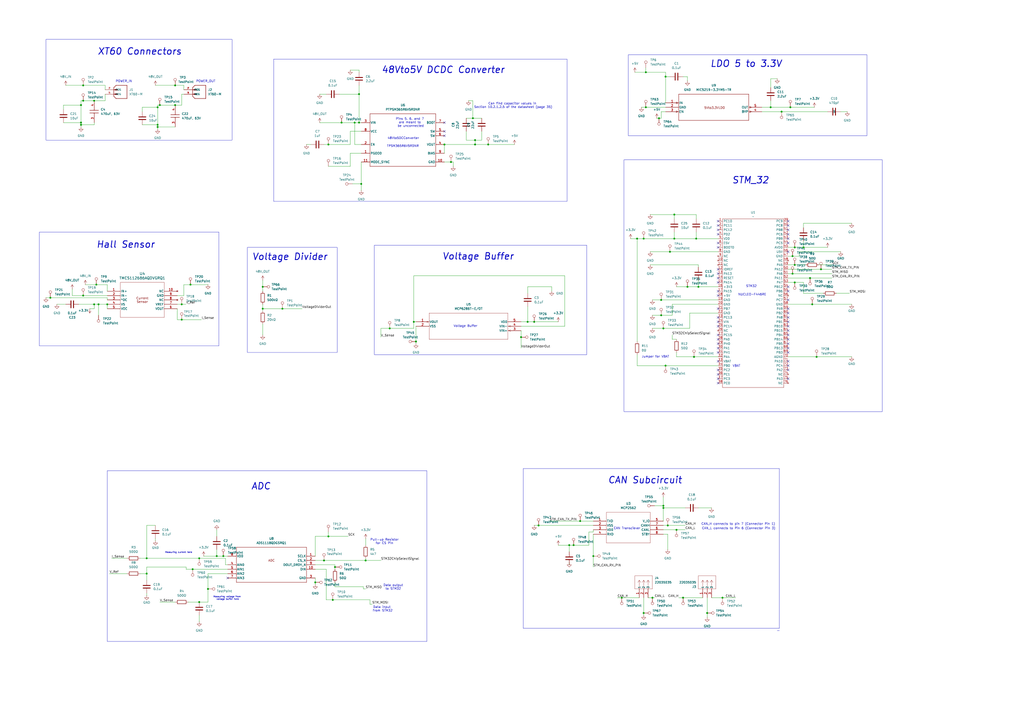
<source format=kicad_sch>
(kicad_sch (version 20250114) (generator "eeschema") (generator_version "9.0")
  (paper "A2")
  (rectangle (start 143.51 143.51) (end 195.58 204.47))
  (rectangle (start 361.95 92.71) (end 511.81 238.76))
  (rectangle (start 26.67 22.86) (end 134.62 81.28))
  (rectangle (start 158.75 34.29) (end 328.93 116.84))
  (rectangle (start 62.23 273.05) (end 247.65 372.11))
  (rectangle (start 303.53 271.78) (end 452.12 364.49))
  (rectangle (start 364.49 31.75) (end 502.92 78.74))
  (rectangle (start 452.12 365.76) (end 450.85 365.76))
  (rectangle (start 22.86 134.62) (end 127 200.66))
  (rectangle (start 217.17 142.24) (end 340.36 205.74))
  (text "Jumper for VBAT" (at 380.238 207.01 0) (effects (font (size 1.27 1.27))))
  (text "CAN Subcircuit" (at 374.142 278.638 0) (effects (font (size 3.81 3.81) (thickness 0.4763) (italic yes))))
  (text "CAN_H connects to pin 7 (Connector Pin 1)" (at 428.244 304.038 0) (effects (font (size 1.27 1.27))))
  (text "Measuring current here" (at 103.632 320.548 0) (effects (font (size 0.889 0.889))))
  (text "Pins 5, 6, and 7 \nare meant to \nbe unconnected" (at 238.252 71.12 0) (effects (font (size 1.27 1.27))))
  (text "TPSM365R6V5RDNR" (at 233.68 84.836 0) (effects (font (size 1.27 1.27))))
  (text "Pull-up Resistor\nfor CS Pin" (at 223.012 314.198 0) (effects (font (size 1.27 1.27))))
  (text "POWER_OUT" (at 119.38 47.244 0) (effects (font (size 1.27 1.27))))
  (text "Voltage Buffer" (at 270.002 189.23 0) (effects (font (size 1.27 1.27))))
  (text "VBAT" (at 427.228 212.344 0) (effects (font (size 1.27 1.27))))
  (text "XT60 Connectors" (at 81.026 29.972 0) (effects (font (size 3.81 3.81) (thickness 0.4763) (italic yes))))
  (text "Hall Sensor" (at 72.898 141.986 0) (effects (font (size 3.81 3.81) (thickness 0.4763) (italic yes))))
  (text "LDO 5 to 3.3V" (at 432.816 37.084 0) (effects (font (size 3.81 3.81) (thickness 0.4763) (italic yes))))
  (text "NUCLEO-F446RE" (at 436.372 170.942 0) (effects (font (size 1.27 1.27))))
  (text "CAN Transciever" (at 363.728 306.578 0) (effects (font (size 1.27 1.27))))
  (text "CAN_L connects to Pin 6 (Connector Pin 3)" (at 428.498 306.578 0) (effects (font (size 1.27 1.27))))
  (text "Voltage Divider" (at 168.148 149.098 0) (effects (font (size 3.81 3.81) (thickness 0.4763) (italic yes))))
  (text "48Vto5DCConverter\n" (at 233.934 80.264 0) (effects (font (size 1.27 1.27))))
  (text "Measuring voltage from \nvoltage buffer here" (at 132.08 346.964 0) (effects (font (size 0.889 0.889))))
  (text "STM32" (at 435.864 166.116 0) (effects (font (size 1.27 1.27))))
  (text "Data input \nfrom STM32" (at 221.996 353.314 0) (effects (font (size 1.27 1.27))))
  (text "STM_32" (at 435.356 104.648 0) (effects (font (size 3.81 3.81) (thickness 0.4763) (italic yes))))
  (text "48Vto5V DCDC Converter" (at 257.048 40.64 0) (effects (font (size 3.81 3.81) (thickness 0.4763) (italic yes))))
  (text "Voltage Buffer" (at 277.368 148.844 0) (effects (font (size 3.81 3.81) (thickness 0.4763) (italic yes))))
  (text "ADC" (at 151.384 282.194 0) (effects (font (size 3.81 3.81) (thickness 0.4763) (italic yes))))
  (text "Can find capacitor values in \nSection 10.2.1.2.5 of the datasheet (page 35)" (at 297.688 61.214 0) (effects (font (size 1.27 1.27))))
  (text "POWER_IN" (at 71.882 47.244 0) (effects (font (size 1.27 1.27))))
  (text "Data output\nto STM32" (at 228.092 340.614 0) (effects (font (size 1.27 1.27))))
  (junction (at 374.65 62.23))
  (junction (at 312.42 304.8))
  (junction (at 382.27 68.58))
  (junction (at 111.76 330.2))
  (junction (at 330.2 316.23))
  (junction (at 396.24 346.71))
  (junction (at 392.43 307.34))
  (junction (at 459.74 148.59))
  (junction (at 386.08 44.45))
  (junction (at 62.23 176.53))
  (junction (at 208.28 71.12))
  (junction (at 48.26 171.45))
  (junction (at 115.57 323.85))
  (junction (at 182.88 337.82))
  (junction (at 369.57 138.43))
  (junction (at 120.65 341.63))
  (junction (at 92.71 60.96))
  (junction (at 306.07 186.69))
  (junction (at 391.16 124.46))
  (junction (at 274.32 68.58))
  (junction (at 402.59 207.01))
  (junction (at 383.54 182.88))
  (junction (at 332.74 316.23))
  (junction (at 208.28 54.61))
  (junction (at 373.38 355.6))
  (junction (at 55.88 165.1))
  (junction (at 54.61 58.42))
  (junction (at 212.09 325.12))
  (junction (at 115.57 349.25))
  (junction (at 384.81 190.5))
  (junction (at 190.5 83.82))
  (junction (at 152.4 179.07))
  (junction (at 110.49 165.1))
  (junction (at 458.47 62.23))
  (junction (at 476.25 156.21))
  (junction (at 309.88 186.69))
  (junction (at 461.01 163.83))
  (junction (at 302.26 195.58))
  (junction (at 91.44 72.39))
  (junction (at 105.41 185.42))
  (junction (at 387.35 304.8))
  (junction (at 360.68 346.71))
  (junction (at 85.09 332.74))
  (junction (at 388.62 146.05))
  (junction (at 469.9 161.29))
  (junction (at 226.06 190.5))
  (junction (at 257.81 83.82))
  (junction (at 57.15 176.53))
  (junction (at 209.55 106.68))
  (junction (at 205.74 71.12))
  (junction (at 275.59 81.28))
  (junction (at 459.74 158.75))
  (junction (at 453.39 64.77))
  (junction (at 48.26 49.53))
  (junction (at 391.16 138.43))
  (junction (at 466.09 143.51))
  (junction (at 261.62 93.98))
  (junction (at 384.81 293.37))
  (junction (at 461.01 153.67))
  (junction (at 125.73 322.58))
  (junction (at 48.26 58.42))
  (junction (at 46.99 72.39))
  (junction (at 193.04 347.98))
  (junction (at 163.83 179.07))
  (junction (at 85.09 323.85))
  (junction (at 198.12 71.12))
  (junction (at 344.17 322.58))
  (junction (at 91.44 73.66))
  (junction (at 336.55 302.26))
  (junction (at 447.04 62.23))
  (junction (at 46.99 60.96))
  (junction (at 461.01 143.51))
  (junction (at 405.13 166.37))
  (junction (at 54.61 176.53))
  (junction (at 187.96 325.12))
  (junction (at 105.41 176.53))
  (junction (at 101.6 60.96))
  (junction (at 275.59 83.82))
  (junction (at 240.03 186.69))
  (junction (at 419.1 346.71))
  (junction (at 473.71 207.01))
  (junction (at 46.99 71.12))
  (junction (at 29.21 172.72))
  (junction (at 152.4 166.37))
  (junction (at 101.6 49.53))
  (junction (at 374.65 41.91))
  (junction (at 373.38 138.43))
  (junction (at 129.54 322.58))
  (junction (at 283.21 83.82))
  (junction (at 398.78 166.37))
  (junction (at 194.31 328.93))
  (junction (at 384.81 294.64))
  (junction (at 386.08 212.09))
  (junction (at 403.86 138.43))
  (junction (at 91.44 62.23))
  (junction (at 383.54 173.99))
  (junction (at 410.21 355.6))
  (junction (at 190.5 311.15))
  (junction (at 378.46 346.71))
  (junction (at 471.17 176.53))
  (junction (at 241.3 198.12))
  (no_connect (at 416.56 217.17))
  (no_connect (at 457.2 191.77))
  (no_connect (at 457.2 166.37))
  (no_connect (at 416.56 128.27))
  (no_connect (at 457.2 209.55))
  (no_connect (at 457.2 138.43))
  (no_connect (at 416.56 135.89))
  (no_connect (at 416.56 171.45))
  (no_connect (at 416.56 133.35))
  (no_connect (at 457.2 186.69))
  (no_connect (at 457.2 173.99))
  (no_connect (at 416.56 161.29))
  (no_connect (at 416.56 186.69))
  (no_connect (at 457.2 194.31))
  (no_connect (at 416.56 184.15))
  (no_connect (at 457.2 212.09))
  (no_connect (at 457.2 196.85))
  (no_connect (at 416.56 168.91))
  (no_connect (at 416.56 199.39))
  (no_connect (at 457.2 214.63))
  (no_connect (at 416.56 204.47))
  (no_connect (at 257.81 78.74))
  (no_connect (at 457.2 146.05))
  (no_connect (at 416.56 209.55))
  (no_connect (at 257.81 76.2))
  (no_connect (at 457.2 128.27))
  (no_connect (at 257.81 71.12))
  (no_connect (at 416.56 143.51))
  (no_connect (at 416.56 179.07))
  (no_connect (at 416.56 156.21))
  (no_connect (at 416.56 140.97))
  (no_connect (at 457.2 199.39))
  (no_connect (at 416.56 196.85))
  (no_connect (at 457.2 181.61))
  (no_connect (at 457.2 204.47))
  (no_connect (at 416.56 163.83))
  (no_connect (at 457.2 140.97))
  (no_connect (at 457.2 189.23))
  (no_connect (at 132.08 335.28))
  (no_connect (at 457.2 219.71))
  (no_connect (at 416.56 201.93))
  (no_connect (at 416.56 222.25))
  (no_connect (at 457.2 130.81))
  (no_connect (at 457.2 179.07))
  (no_connect (at 457.2 201.93))
  (no_connect (at 457.2 184.15))
  (no_connect (at 416.56 214.63))
  (no_connect (at 457.2 133.35))
  (no_connect (at 416.56 130.81))
  (no_connect (at 416.56 219.71))
  (no_connect (at 416.56 194.31))
  (no_connect (at 457.2 168.91))
  (no_connect (at 416.56 158.75))
  (no_connect (at 416.56 189.23))
  (no_connect (at 457.2 135.89))
  (wire (pts (xy 152.4 187.96) (xy 152.4 194.31)))
  (wire (pts (xy 391.16 138.43) (xy 403.86 138.43)))
  (wire (pts (xy 383.54 68.58) (xy 383.54 64.77)))
  (wire (pts (xy 203.2 76.2) (xy 209.55 76.2)))
  (wire (pts (xy 461.01 163.83) (xy 457.2 163.83)))
  (wire (pts (xy 389.89 182.88) (xy 389.89 176.53)))
  (wire (pts (xy 90.17 312.42) (xy 90.17 313.69)))
  (wire (pts (xy 46.99 58.42) (xy 46.99 60.96)))
  (wire (pts (xy 92.71 60.96) (xy 101.6 60.96)))
  (wire (pts (xy 402.59 207.01) (xy 392.43 207.01)))
  (wire (pts (xy 38.1 49.53) (xy 48.26 49.53)))
  (wire (pts (xy 341.63 308.61) (xy 344.17 308.61)))
  (wire (pts (xy 392.43 166.37) (xy 398.78 166.37)))
  (wire (pts (xy 185.42 54.61) (xy 189.23 54.61)))
  (wire (pts (xy 152.4 176.53) (xy 152.4 179.07)))
  (wire (pts (xy 275.59 83.82) (xy 283.21 83.82)))
  (wire (pts (xy 386.08 212.09) (xy 369.57 212.09)))
  (wire (pts (xy 203.2 88.9) (xy 203.2 96.52)))
  (wire (pts (xy 106.68 165.1) (xy 110.49 165.1)))
  (wire (pts (xy 441.96 62.23) (xy 447.04 62.23)))
  (wire (pts (xy 81.28 323.85) (xy 85.09 323.85)))
  (wire (pts (xy 402.59 207.01) (xy 416.56 207.01)))
  (wire (pts (xy 330.2 327.66) (xy 330.2 326.39)))
  (wire (pts (xy 344.17 308.61) (xy 344.17 307.34)))
  (wire (pts (xy 487.68 64.77) (xy 491.49 64.77)))
  (wire (pts (xy 105.41 185.42) (xy 116.84 185.42)))
  (wire (pts (xy 82.55 72.39) (xy 91.44 72.39)))
  (wire (pts (xy 405.13 166.37) (xy 416.56 166.37)))
  (wire (pts (xy 257.81 83.82) (xy 275.59 83.82)))
  (wire (pts (xy 101.6 49.53) (xy 106.68 49.53)))
  (wire (pts (xy 471.17 176.53) (xy 494.03 176.53)))
  (wire (pts (xy 33.02 176.53) (xy 38.1 176.53)))
  (wire (pts (xy 398.78 166.37) (xy 405.13 166.37)))
  (wire (pts (xy 441.96 64.77) (xy 453.39 64.77)))
  (wire (pts (xy 214.63 350.52) (xy 214.63 347.98)))
  (wire (pts (xy 360.68 346.71) (xy 370.84 346.71)))
  (wire (pts (xy 130.81 323.85) (xy 130.81 327.66)))
  (wire (pts (xy 62.23 176.53) (xy 62.23 179.07)))
  (wire (pts (xy 383.54 182.88) (xy 389.89 182.88)))
  (wire (pts (xy 125.73 307.34) (xy 125.73 311.15)))
  (wire (pts (xy 302.26 186.69) (xy 306.07 186.69)))
  (wire (pts (xy 91.44 72.39) (xy 91.44 73.66)))
  (wire (pts (xy 270.51 81.28) (xy 270.51 76.2)))
  (wire (pts (xy 91.44 73.66) (xy 101.6 73.66)))
  (wire (pts (xy 182.88 335.28) (xy 182.88 337.82)))
  (wire (pts (xy 373.38 346.71) (xy 373.38 355.6)))
  (wire (pts (xy 194.31 340.36) (xy 210.82 340.36)))
  (wire (pts (xy 198.12 71.12) (xy 205.74 71.12)))
  (wire (pts (xy 54.61 58.42) (xy 60.96 58.42)))
  (wire (pts (xy 91.44 73.66) (xy 91.44 74.93)))
  (wire (pts (xy 306.07 166.37) (xy 306.07 170.18)))
  (wire (pts (xy 212.09 325.12) (xy 187.96 325.12)))
  (wire (pts (xy 389.89 176.53) (xy 416.56 176.53)))
  (wire (pts (xy 275.59 81.28) (xy 275.59 83.82)))
  (wire (pts (xy 386.08 41.91) (xy 386.08 44.45)))
  (wire (pts (xy 36.83 71.12) (xy 46.99 71.12)))
  (wire (pts (xy 220.98 195.58) (xy 220.98 190.5)))
  (wire (pts (xy 381 68.58) (xy 382.27 68.58)))
  (wire (pts (xy 102.87 179.07) (xy 102.87 185.42)))
  (wire (pts (xy 54.61 71.12) (xy 54.61 72.39)))
  (wire (pts (xy 466.09 163.83) (xy 461.01 163.83)))
  (wire (pts (xy 384.81 294.64) (xy 397.51 294.64)))
  (wire (pts (xy 378.46 346.71) (xy 379.73 346.71)))
  (wire (pts (xy 369.57 138.43) (xy 373.38 138.43)))
  (wire (pts (xy 327.66 189.23) (xy 302.26 189.23)))
  (wire (pts (xy 275.59 81.28) (xy 279.4 81.28)))
  (wire (pts (xy 102.87 185.42) (xy 105.41 185.42)))
  (wire (pts (xy 274.32 68.58) (xy 279.4 68.58)))
  (wire (pts (xy 85.09 344.17) (xy 85.09 345.44)))
  (wire (pts (xy 111.76 330.2) (xy 107.95 330.2)))
  (wire (pts (xy 383.54 64.77) (xy 386.08 64.77)))
  (wire (pts (xy 398.78 44.45) (xy 398.78 46.99)))
  (wire (pts (xy 36.83 60.96) (xy 46.99 60.96)))
  (wire (pts (xy 203.2 40.64) (xy 208.28 40.64)))
  (wire (pts (xy 327.66 160.02) (xy 327.66 189.23)))
  (wire (pts (xy 270.51 81.28) (xy 275.59 81.28)))
  (wire (pts (xy 210.82 341.63) (xy 210.82 340.36)))
  (wire (pts (xy 447.04 62.23) (xy 458.47 62.23)))
  (wire (pts (xy 102.87 176.53) (xy 105.41 176.53)))
  (wire (pts (xy 82.55 62.23) (xy 82.55 64.77)))
  (wire (pts (xy 209.55 106.68) (xy 209.55 110.49)))
  (wire (pts (xy 196.85 54.61) (xy 208.28 54.61)))
  (wire (pts (xy 120.65 332.74) (xy 120.65 341.63)))
  (wire (pts (xy 62.23 171.45) (xy 48.26 171.45)))
  (wire (pts (xy 101.6 60.96) (xy 105.41 60.96)))
  (wire (pts (xy 388.62 44.45) (xy 386.08 44.45)))
  (wire (pts (xy 474.98 153.67) (xy 482.6 153.67)))
  (wire (pts (xy 130.81 327.66) (xy 132.08 327.66)))
  (wire (pts (xy 302.26 195.58) (xy 302.26 201.93)))
  (wire (pts (xy 410.21 358.14) (xy 410.21 355.6)))
  (wire (pts (xy 85.09 304.8) (xy 85.09 323.85)))
  (wire (pts (xy 91.44 60.96) (xy 92.71 60.96)))
  (wire (pts (xy 182.88 311.15) (xy 190.5 311.15)))
  (wire (pts (xy 194.31 328.93) (xy 194.31 327.66)))
  (wire (pts (xy 318.77 302.26) (xy 336.55 302.26)))
  (wire (pts (xy 118.11 322.58) (xy 125.73 322.58)))
  (wire (pts (xy 378.46 190.5) (xy 384.81 190.5)))
  (wire (pts (xy 386.08 62.23) (xy 374.65 62.23)))
  (wire (pts (xy 373.38 355.6) (xy 373.38 356.87)))
  (wire (pts (xy 194.31 330.2) (xy 194.31 328.93)))
  (wire (pts (xy 461.01 143.51) (xy 466.09 143.51)))
  (wire (pts (xy 91.44 62.23) (xy 82.55 62.23)))
  (wire (pts (xy 54.61 176.53) (xy 54.61 179.07)))
  (wire (pts (xy 309.88 186.69) (xy 306.07 186.69)))
  (wire (pts (xy 220.98 325.12) (xy 212.09 325.12)))
  (wire (pts (xy 92.71 349.25) (xy 101.6 349.25)))
  (wire (pts (xy 320.04 168.91) (xy 320.04 166.37)))
  (wire (pts (xy 125.73 318.77) (xy 125.73 322.58)))
  (wire (pts (xy 374.65 62.23) (xy 372.11 62.23)))
  (wire (pts (xy 463.55 146.05) (xy 487.68 146.05)))
  (wire (pts (xy 459.74 148.59) (xy 457.2 148.59)))
  (wire (pts (xy 81.28 332.74) (xy 85.09 332.74)))
  (wire (pts (xy 457.2 156.21) (xy 476.25 156.21)))
  (wire (pts (xy 447.04 58.42) (xy 447.04 62.23)))
  (wire (pts (xy 466.09 170.18) (xy 477.52 170.18)))
  (wire (pts (xy 105.41 176.53) (xy 107.95 176.53)))
  (wire (pts (xy 382.27 68.58) (xy 383.54 68.58)))
  (wire (pts (xy 189.23 347.98) (xy 193.04 347.98)))
  (wire (pts (xy 403.86 138.43) (xy 416.56 138.43)))
  (wire (pts (xy 115.57 356.87) (xy 115.57 360.68)))
  (wire (pts (xy 405.13 153.67) (xy 405.13 154.94)))
  (wire (pts (xy 208.28 71.12) (xy 209.55 71.12)))
  (wire (pts (xy 85.09 323.85) (xy 115.57 323.85)))
  (wire (pts (xy 106.68 49.53) (xy 106.68 52.07)))
  (wire (pts (xy 379.73 293.37) (xy 384.81 293.37)))
  (wire (pts (xy 204.47 106.68) (xy 209.55 106.68)))
  (wire (pts (xy 457.2 158.75) (xy 459.74 158.75)))
  (wire (pts (xy 330.2 316.23) (xy 332.74 316.23)))
  (wire (pts (xy 388.62 146.05) (xy 416.56 146.05)))
  (wire (pts (xy 62.23 168.91) (xy 62.23 165.1)))
  (wire (pts (xy 194.31 340.36) (xy 194.31 337.82)))
  (wire (pts (xy 109.22 349.25) (xy 115.57 349.25)))
  (wire (pts (xy 209.55 93.98) (xy 209.55 106.68)))
  (wire (pts (xy 320.04 166.37) (xy 306.07 166.37)))
  (wire (pts (xy 41.91 171.45) (xy 41.91 167.64)))
  (wire (pts (xy 110.49 165.1) (xy 120.65 165.1)))
  (wire (pts (xy 262.89 96.52) (xy 262.89 93.98)))
  (wire (pts (xy 391.16 134.62) (xy 391.16 138.43)))
  (wire (pts (xy 336.55 302.26) (xy 344.17 302.26)))
  (wire (pts (xy 45.72 176.53) (xy 54.61 176.53)))
  (wire (pts (xy 377.19 124.46) (xy 391.16 124.46)))
  (wire (pts (xy 120.65 341.63) (xy 120.65 349.25)))
  (wire (pts (xy 106.68 165.1) (xy 106.68 171.45)))
  (wire (pts (xy 220.98 190.5) (xy 226.06 190.5)))
  (wire (pts (xy 91.44 60.96) (xy 91.44 62.23)))
  (wire (pts (xy 240.03 186.69) (xy 241.3 186.69)))
  (wire (pts (xy 240.03 160.02) (xy 327.66 160.02)))
  (wire (pts (xy 85.09 328.93) (xy 107.95 328.93)))
  (wire (pts (xy 374.65 41.91) (xy 386.08 41.91)))
  (wire (pts (xy 205.74 71.12) (xy 208.28 71.12)))
  (wire (pts (xy 384.81 294.64) (xy 384.81 302.26)))
  (wire (pts (xy 190.5 308.61) (xy 190.5 311.15)))
  (wire (pts (xy 392.43 307.34) (xy 397.51 307.34)))
  (wire (pts (xy 377.19 153.67) (xy 405.13 153.67)))
  (wire (pts (xy 466.09 129.54) (xy 466.09 132.08)))
  (wire (pts (xy 91.44 62.23) (xy 91.44 72.39)))
  (wire (pts (xy 400.05 181.61) (xy 416.56 181.61)))
  (wire (pts (xy 152.4 162.56) (xy 152.4 166.37)))
  (wire (pts (xy 374.65 39.37) (xy 374.65 41.91)))
  (wire (pts (xy 410.21 355.6) (xy 410.21 346.71)))
  (wire (pts (xy 90.17 49.53) (xy 101.6 49.53)))
  (wire (pts (xy 458.47 62.23) (xy 472.44 62.23)))
  (wire (pts (xy 283.21 83.82) (xy 298.45 83.82)))
  (wire (pts (xy 240.03 186.69) (xy 240.03 160.02)))
  (wire (pts (xy 384.81 288.29) (xy 384.81 293.37)))
  (wire (pts (xy 391.16 124.46) (xy 403.86 124.46)))
  (wire (pts (xy 302.26 191.77) (xy 302.26 195.58)))
  (wire (pts (xy 332.74 316.23) (xy 341.63 316.23)))
  (wire (pts (xy 377.19 146.05) (xy 388.62 146.05)))
  (wire (pts (xy 389.89 196.85) (xy 389.89 194.31)))
  (wire (pts (xy 105.41 60.96) (xy 105.41 54.61)))
  (wire (pts (xy 392.43 196.85) (xy 389.89 196.85)))
  (wire (pts (xy 189.23 347.98) (xy 189.23 330.2)))
  (wire (pts (xy 60.96 58.42) (xy 60.96 54.61)))
  (wire (pts (xy 396.24 346.71) (xy 407.67 346.71)))
  (wire (pts (xy 387.35 309.88) (xy 387.35 318.77)))
  (wire (pts (xy 391.16 124.46) (xy 391.16 127)))
  (wire (pts (xy 384.81 307.34) (xy 392.43 307.34)))
  (wire (pts (xy 384.81 304.8) (xy 387.35 304.8)))
  (wire (pts (xy 241.3 198.12) (xy 241.3 199.39)))
  (wire (pts (xy 392.43 204.47) (xy 392.43 207.01)))
  (wire (pts (xy 46.99 72.39) (xy 46.99 73.66)))
  (wire (pts (xy 60.96 49.53) (xy 60.96 52.07)))
  (wire (pts (xy 466.09 143.51) (xy 480.06 143.51)))
  (wire (pts (xy 129.54 322.58) (xy 132.08 322.58)))
  (wire (pts (xy 279.4 81.28) (xy 279.4 76.2)))
  (wire (pts (xy 306.07 177.8) (xy 306.07 186.69)))
  (wire (pts (xy 369.57 205.74) (xy 369.57 212.09)))
  (wire (pts (xy 400.05 190.5) (xy 400.05 181.61)))
  (wire (pts (xy 214.63 350.52) (xy 215.9 350.52)))
  (wire (pts (xy 341.63 316.23) (xy 341.63 308.61)))
  (wire (pts (xy 262.89 93.98) (xy 261.62 93.98)))
  (wire (pts (xy 384.81 190.5) (xy 400.05 190.5)))
  (wire (pts (xy 453.39 64.77) (xy 480.06 64.77)))
  (wire (pts (xy 257.81 83.82) (xy 257.81 88.9)))
  (wire (pts (xy 194.31 327.66) (xy 182.88 327.66)))
  (wire (pts (xy 309.88 304.8) (xy 312.42 304.8)))
  (wire (pts (xy 271.78 58.42) (xy 274.32 58.42)))
  (wire (pts (xy 209.55 83.82) (xy 205.74 83.82)))
  (wire (pts (xy 270.51 68.58) (xy 274.32 68.58)))
  (wire (pts (xy 466.09 170.18) (xy 466.09 163.83)))
  (wire (pts (xy 373.38 138.43) (xy 391.16 138.43)))
  (wire (pts (xy 36.83 63.5) (xy 36.83 60.96)))
  (wire (pts (xy 214.63 347.98) (xy 193.04 347.98)))
  (wire (pts (xy 132.08 330.2) (xy 111.76 330.2)))
  (wire (pts (xy 457.2 153.67) (xy 461.01 153.67)))
  (wire (pts (xy 212.09 312.42) (xy 212.09 316.23)))
  (wire (pts (xy 457.2 161.29) (xy 469.9 161.29)))
  (wire (pts (xy 368.3 41.91) (xy 374.65 41.91)))
  (wire (pts (xy 330.2 320.04) (xy 330.2 316.23)))
  (wire (pts (xy 57.15 176.53) (xy 57.15 182.88)))
  (wire (pts (xy 62.23 172.72) (xy 62.23 173.99)))
  (wire (pts (xy 457.2 207.01) (xy 473.71 207.01)))
  (wire (pts (xy 125.73 322.58) (xy 129.54 322.58)))
  (wire (pts (xy 152.4 166.37) (xy 152.4 168.91)))
  (wire (pts (xy 90.17 304.8) (xy 85.09 304.8)))
  (wire (pts (xy 190.5 96.52) (xy 203.2 96.52)))
  (wire (pts (xy 375.92 346.71) (xy 378.46 346.71)))
  (wire (pts (xy 461.01 153.67) (xy 467.36 153.67)))
  (wire (pts (xy 476.25 156.21) (xy 482.6 156.21)))
  (wire (pts (xy 163.83 179.07) (xy 175.26 179.07)))
  (wire (pts (xy 55.88 165.1) (xy 49.53 165.1)))
  (wire (pts (xy 485.14 170.18) (xy 492.76 170.18)))
  (wire (pts (xy 115.57 323.85) (xy 130.81 323.85)))
  (wire (pts (xy 323.85 316.23) (xy 330.2 316.23)))
  (wire (pts (xy 29.21 172.72) (xy 62.23 172.72)))
  (wire (pts (xy 378.46 173.99) (xy 383.54 173.99)))
  (wire (pts (xy 469.9 161.29) (xy 482.6 161.29)))
  (wire (pts (xy 403.86 134.62) (xy 403.86 138.43)))
  (wire (pts (xy 46.99 60.96) (xy 46.99 71.12)))
  (wire (pts (xy 416.56 212.09) (xy 386.08 212.09)))
  (wire (pts (xy 48.26 58.42) (xy 54.61 58.42)))
  (wire (pts (xy 369.57 138.43) (xy 369.57 198.12)))
  (wire (pts (xy 105.41 54.61) (xy 106.68 54.61)))
  (wire (pts (xy 152.4 179.07) (xy 152.4 180.34)))
  (wire (pts (xy 405.13 294.64) (xy 412.75 294.64)))
  (wire (pts (xy 57.15 176.53) (xy 62.23 176.53)))
  (wire (pts (xy 64.77 323.85) (xy 73.66 323.85)))
  (wire (pts (xy 396.24 44.45) (xy 398.78 44.45)))
  (wire (pts (xy 190.5 83.82) (xy 203.2 83.82)))
  (wire (pts (xy 419.1 346.71) (xy 412.75 346.71)))
  (wire (pts (xy 447.04 45.72) (xy 450.85 45.72)))
  (wire (pts (xy 208.28 40.64) (xy 208.28 41.91)))
  (wire (pts (xy 463.55 146.05) (xy 463.55 148.59)))
  (wire (pts (xy 459.74 158.75) (xy 482.6 158.75)))
  (wire (pts (xy 187.96 83.82) (xy 190.5 83.82)))
  (wire (pts (xy 358.14 346.71) (xy 360.68 346.71)))
  (wire (pts (xy 226.06 190.5) (xy 240.03 190.5)))
  (wire (pts (xy 473.71 207.01) (xy 494.03 207.01)))
  (wire (pts (xy 48.26 49.53) (xy 60.96 49.53)))
  (wire (pts (xy 309.88 186.69) (xy 323.85 186.69)))
  (wire (pts (xy 115.57 349.25) (xy 120.65 349.25)))
  (wire (pts (xy 54.61 179.07) (xy 52.07 179.07)))
  (wire (pts (xy 463.55 148.59) (xy 459.74 148.59)))
  (wire (pts (xy 182.88 337.82) (xy 182.88 339.09)))
  (wire (pts (xy 261.62 93.98) (xy 257.81 93.98)))
  (wire (pts (xy 132.08 332.74) (xy 120.65 332.74)))
  (wire (pts (xy 54.61 176.53) (xy 57.15 176.53)))
  (wire (pts (xy 212.09 323.85) (xy 212.09 325.12)))
  (wire (pts (xy 182.88 311.15) (xy 182.88 322.58)))
  (wire (pts (xy 344.17 309.88) (xy 344.17 322.58)))
  (wire (pts (xy 378.46 182.88) (xy 383.54 182.88)))
  (wire (pts (xy 48.26 171.45) (xy 41.91 171.45)))
  (wire (pts (xy 384.81 293.37) (xy 384.81 294.64)))
  (wire (pts (xy 85.09 332.74) (xy 85.09 336.55)))
  (wire (pts (xy 457.2 143.51) (xy 461.01 143.51)))
  (wire (pts (xy 274.32 68.58) (xy 274.32 58.42)))
  (wire (pts (xy 241.3 189.23) (xy 241.3 198.12)))
  (wire (pts (xy 365.76 138.43) (xy 369.57 138.43)))
  (wire (pts (xy 107.95 330.2) (xy 107.95 328.93)))
  (wire (pts (xy 240.03 190.5) (xy 240.03 186.69)))
  (wire (pts (xy 182.88 325.12) (xy 187.96 325.12)))
  (wire (pts (xy 208.28 54.61) (xy 208.28 71.12)))
  (wire (pts (xy 396.24 346.71) (xy 393.7 346.71)))
  (wire (pts (xy 152.4 179.07) (xy 163.83 179.07)))
  (wire (pts (xy 447.04 45.72) (xy 447.04 50.8)))
  (wire (pts (xy 466.09 129.54) (xy 494.03 129.54)))
  (wire (pts (xy 102.87 171.45) (xy 106.68 171.45)))
  (wire (pts (xy 210.82 341.63) (xy 212.09 341.63)))
  (wire (pts (xy 344.17 322.58) (xy 344.17 328.93)))
  (wire (pts (xy 386.08 44.45) (xy 386.08 59.69)))
  (wire (pts (xy 62.23 165.1) (xy 55.88 165.1)))
  (wire (pts (xy 403.86 124.46) (xy 403.86 127)))
  (wire (pts (xy 466.09 139.7) (xy 466.09 143.51)))
  (wire (pts (xy 405.13 162.56) (xy 405.13 166.37)))
  (wire (pts (xy 384.81 309.88) (xy 387.35 309.88)))
  (wire (pts (xy 312.42 304.8) (xy 344.17 304.8)))
  (wire (pts (xy 46.99 58.42) (xy 48.26 58.42)))
  (wire (pts (xy 177.8 83.82) (xy 180.34 83.82)))
  (wire (pts (xy 29.21 172.72) (xy 26.67 172.72)))
  (wire (pts (xy 46.99 71.12) (xy 46.99 72.39)))
  (wire (pts (xy 208.28 49.53) (xy 208.28 54.61)))
  (wire (pts (xy 387.35 304.8) (xy 397.51 304.8)))
  (wire (pts (xy 85.09 328.93) (xy 85.09 332.74)))
  (wire (pts (xy 190.5 311.15) (xy 201.93 311.15)))
  (wire (pts (xy 209.55 88.9) (xy 203.2 88.9)))
  (wire (pts (xy 54.61 72.39) (xy 46.99 72.39)))
  (wire (pts (xy 63.5 332.74) (xy 73.66 332.74)))
  (wire (pts (xy 426.72 346.71) (xy 419.1 346.71)))
  (wire (pts (xy 457.2 176.53) (xy 471.17 176.53)))
  (wire (pts (xy 203.2 83.82) (xy 203.2 76.2)))
  (wire (pts (xy 205.74 83.82) (xy 205.74 71.12)))
  (wire (pts (xy 383.54 173.99) (xy 416.56 173.99)))
  (wire (pts (xy 185.42 71.12) (xy 198.12 71.12)))
  (wire (pts (xy 189.23 330.2) (xy 182.88 330.2)))
  (label "VoltageDividerOut" (at 302.26 201.93 0))
  (label "V_Sense" (at 92.71 349.25 0))
  (label "STM_MISO" (at 482.6 158.75 0))
  (label "STM32ChipSelectSignal" (at 220.98 325.12 0))
  (label "CAN_L" (at 379.73 346.71 0))
  (label "V_Sense" (at 220.98 195.58 0))
  (label "VoltageDividerOut" (at 175.26 179.07 0))
  (label "I_Sense" (at 116.84 185.42 0))
  (label "CAN_L" (at 397.51 307.34 0))
  (label "CAN_H" (at 393.7 346.71 180))
  (label "I_Sense" (at 64.77 323.85 0))
  (label "STM_CAN_RX_PIN" (at 344.17 328.93 0))
  (label "SCK" (at 201.93 311.15 0))
  (label "STM_MISO" (at 212.09 341.63 0))
  (label "STM_MOSI" (at 215.9 350.52 0))
  (label "CAN_H" (at 358.14 346.71 0))
  (label "SCK" (at 482.6 153.67 0))
  (label "STM_CAN_TX_PIN" (at 482.6 156.21 0))
  (label "STM_CAN_RX_PIN" (at 482.6 161.29 0))
  (label "V_Ref" (at 107.95 176.53 0))
  (label "CAN_H" (at 397.51 304.8 0))
  (label "STM_CAN_TX_PIN" (at 318.77 302.26 0))
  (label "V_Ref" (at 63.5 332.74 0))
  (label "CAN_L" (at 426.72 346.71 180))
  (label "STM_MOSI" (at 492.76 170.18 0))
  (label "STM32ChipSelectSignal" (at 389.89 194.31 0))
  (symbol (lib_id "Connector:TestPoint") (at 461.01 153.67 0) (unit 1)
    (property "Reference" "TP38" (at 463.55 149.0979 0) (effects (justify left)))
    (property "Value" "TestPoint" (at 463.55 151.6379 0) (effects (justify left)))
    (property "Footprint" "TestPoint:TestPoint_Pad_1.0x1.0mm" (effects (hide yes)))
    (property "Description" "test point" (effects (hide yes)))
  )
  (symbol (lib_id "Connector:TestPoint") (at 190.5 96.52 0) (unit 1)
    (property "Reference" "TP16" (at 193.04 91.9479 0) (effects (justify left)))
    (property "Value" "TestPoint" (at 193.04 94.4879 0) (effects (justify left)))
    (property "Footprint" "TestPoint:TestPoint_Pad_1.0x1.0mm" (effects (hide yes)))
    (property "Description" "test point" (effects (hide yes)))
  )
  (symbol (lib_id "power:+3.3V") (at 323.85 186.69 0) (unit 1)
    (property "Reference" "#PWR041" (effects (hide yes)))
    (property "Value" "+3.3V" (at 323.85 181.61 0))
    (property "Description" "Power symbol creates a global label with name \"+3.3V\"" (effects (hide yes)))
  )
  (symbol (lib_id "Device:C") (at 85.09 340.36 0) (unit 1)
    (property "Reference" "C19" (at 88.9 339.0899 0) (effects (justify left)))
    (property "Value" "0.1uF" (at 88.9 341.6299 0) (effects (justify left)))
    (property "Footprint" "Capacitor_SMD:C_0805_2012Metric_Pad1.18x1.45mm_HandSolder" (effects (hide yes)))
    (property "Description" "Unpolarized capacitor" (effects (hide yes)))
  )
  (symbol (lib_id "power:GND") (at 377.19 146.05 0) (unit 1)
    (property "Reference" "#PWR031" (effects (hide yes)))
    (property "Value" "GND" (at 377.19 151.13 0))
    (property "Description" "Power symbol creates a global label with name \"GND\" , ground" (effects (hide yes)))
  )
  (symbol (lib_id "Connector:TestPoint") (at 453.39 64.77 180) (unit 1)
    (property "Reference" "TP65" (at 455.93 66.8019 0) (effects (justify right)))
    (property "Value" "TestPoint" (at 455.93 69.3419 0) (effects (justify right)))
    (property "Footprint" "TestPoint:TestPoint_Pad_4.0x4.0mm" (effects (hide yes)))
    (property "Description" "test point" (effects (hide yes)))
  )
  (symbol (lib_id "Connector:TestPoint") (at 388.62 146.05 0) (unit 1)
    (property "Reference" "TP44" (at 391.16 141.4779 0) (effects (justify left)))
    (property "Value" "TestPoint" (at 391.16 144.0179 0) (effects (justify left)))
    (property "Footprint" "TestPoint:TestPoint_Pad_4.0x4.0mm" (effects (hide yes)))
    (property "Description" "test point" (effects (hide yes)))
  )
  (symbol (lib_id "Connector:TestPoint") (at 309.88 186.69 0) (unit 1)
    (property "Reference" "TP26" (at 312.42 182.1179 0) (effects (justify left)))
    (property "Value" "TestPoint" (at 312.42 184.6579 0) (effects (justify left)))
    (property "Footprint" "TestPoint:TestPoint_Pad_1.0x1.0mm" (effects (hide yes)))
    (property "Description" "test point" (effects (hide yes)))
  )
  (symbol (lib_id "power:GND") (at 182.88 339.09 0) (unit 1)
    (property "Reference" "#PWR07" (effects (hide yes)))
    (property "Value" "GND" (at 182.88 344.17 0))
    (property "Description" "Power symbol creates a global label with name \"GND\" , ground" (effects (hide yes)))
  )
  (symbol (lib_id "Connector:TestPoint") (at 48.26 171.45 0) (unit 1)
    (property "Reference" "TP19" (at 50.8 166.8779 0) (effects (justify left)))
    (property "Value" "TestPoint" (at 50.8 169.4179 0) (effects (justify left)))
    (property "Footprint" "TestPoint:TestPoint_Pad_1.0x1.0mm" (effects (hide yes)))
    (property "Description" "test point" (effects (hide yes)))
  )
  (symbol (lib_id "power:+3.3V") (at 365.76 138.43 0) (unit 1)
    (property "Reference" "#PWR038" (effects (hide yes)))
    (property "Value" "+3.3V" (at 365.76 133.35 0))
    (property "Description" "Power symbol creates a global label with name \"+3.3V\"" (effects (hide yes)))
  )
  (symbol (lib_id "Device:C") (at 208.28 45.72 0) (unit 1)
    (property "Reference" "C6" (at 212.09 44.4499 0) (effects (justify left)))
    (property "Value" "2.2uF" (at 212.09 46.9899 0) (effects (justify left)))
    (property "Footprint" "Capacitor_SMD:C_0805_2012Metric_Pad1.18x1.45mm_HandSolder" (effects (hide yes)))
    (property "Description" "Unpolarized capacitor" (effects (hide yes)))
  )
  (symbol (lib_id "power:GND") (at 241.3 199.39 0) (unit 1)
    (property "Reference" "#PWR011" (effects (hide yes)))
    (property "Value" "GND" (at 241.3 204.47 0))
    (property "Description" "Power symbol creates a global label with name \"GND\" , ground" (effects (hide yes)))
  )
  (symbol (lib_id "power:GND") (at 373.38 356.87 0) (unit 1)
    (property "Reference" "#PWR023" (effects (hide yes)))
    (property "Value" "GND" (at 373.38 361.95 0))
    (property "Description" "Power symbol creates a global label with name \"GND\" , ground" (effects (hide yes)))
  )
  (symbol (lib_id "power:GND") (at 185.42 54.61 0) (unit 1)
    (property "Reference" "#PWR014" (effects (hide yes)))
    (property "Value" "GND" (at 185.42 59.69 0))
    (property "Description" "Power symbol creates a global label with name \"GND\" , ground" (effects (hide yes)))
  )
  (symbol (lib_id "power:GND") (at 271.78 58.42 0) (unit 1)
    (property "Reference" "#PWR018" (effects (hide yes)))
    (property "Value" "GND" (at 271.78 63.5 0))
    (property "Description" "Power symbol creates a global label with name \"GND\" , ground" (effects (hide yes)))
  )
  (symbol (lib_id "power:+3.3V") (at 392.43 166.37 0) (unit 1)
    (property "Reference" "#PWR040" (effects (hide yes)))
    (property "Value" "+3.3V" (at 392.43 161.29 0))
    (property "Description" "Power symbol creates a global label with name \"+3.3V\"" (effects (hide yes)))
  )
  (symbol (lib_id "power:+3.3V") (at 212.09 312.42 0) (unit 1)
    (property "Reference" "#PWR054" (effects (hide yes)))
    (property "Value" "+3.3V" (at 212.09 307.34 0))
    (property "Description" "Power symbol creates a global label with name \"+3.3V\"" (effects (hide yes)))
  )
  (symbol (lib_id "power:GND") (at 90.17 313.69 0) (unit 1)
    (property "Reference" "#PWR09" (effects (hide yes)))
    (property "Value" "GND" (at 90.17 317.754 0))
    (property "Description" "Power symbol creates a global label with name \"GND\" , ground" (effects (hide yes)))
  )
  (symbol (lib_id "SMV_Custom:PTPSM365R6FRDN") (at 209.55 71.12 0) (unit 1)
    (property "Reference" "U6" (at 233.68 60.96 0))
    (property "Value" "PTPSM365R6V5RDNR" (at 233.68 63.5 0))
    (property "Footprint" "SMV_ICs:RDN0011A-MFG" (effects (hide yes)))
    (property "Datasheet" "https://www.ti.com/lit/gpn/tpsm365r6" (effects (hide yes)))
  )
  (symbol (lib_id "Device:R") (at 212.09 320.04 0) (unit 1)
    (property "Reference" "R5" (at 214.63 318.7699 0) (effects (justify left)))
    (property "Value" "4k7" (at 214.63 321.3099 0) (effects (justify left)))
    (property "Footprint" "Resistor_SMD:R_0805_2012Metric_Pad1.20x1.40mm_HandSolder" (effects (hide yes)))
    (property "Description" "Resistor" (effects (hide yes)))
  )
  (symbol (lib_id "Connector:TestPoint") (at 469.9 161.29 180) (unit 1)
    (property "Reference" "TP36" (at 472.44 163.3219 0) (effects (justify right)))
    (property "Value" "TestPoint" (at 472.44 165.8619 0) (effects (justify right)))
    (property "Footprint" "TestPoint:TestPoint_Pad_1.0x1.0mm" (effects (hide yes)))
    (property "Description" "test point" (effects (hide yes)))
  )
  (symbol (lib_id "Device:C") (at 391.16 130.81 0) (unit 1)
    (property "Reference" "C25" (at 394.97 129.5399 0) (effects (justify left)))
    (property "Value" "10uF" (at 394.97 132.0799 0) (effects (justify left)))
    (property "Footprint" "Capacitor_SMD:C_0805_2012Metric_Pad1.18x1.45mm_HandSolder" (effects (hide yes)))
    (property "Description" "Unpolarized capacitor" (effects (hide yes)))
  )
  (symbol (lib_id "power:GND") (at 487.68 146.05 0) (unit 1)
    (property "Reference" "#PWR034" (effects (hide yes)))
    (property "Value" "GND" (at 487.68 149.86 0))
    (property "Description" "Power symbol creates a global label with name \"GND\" , ground" (effects (hide yes)))
  )
  (symbol (lib_id "Connector:TestPoint") (at 101.6 49.53 0) (unit 1)
    (property "Reference" "TP3" (at 104.14 44.9579 0) (effects (justify left)))
    (property "Value" "TestPoint" (at 103.378 47.498 0) (effects (justify left)))
    (property "Footprint" "TestPoint:TestPoint_Pad_1.0x1.0mm" (effects (hide yes)))
    (property "Description" "test point" (effects (hide yes)))
  )
  (symbol (lib_id "Device:C") (at 36.83 67.31 0) (unit 1)
    (property "Reference" "C21" (at 40.64 66.0399 0) (effects (justify left)))
    (property "Value" "10uF" (at 40.64 68.5799 0) (effects (justify left)))
    (property "Footprint" "Capacitor_SMD:C_0805_2012Metric_Pad1.18x1.45mm_HandSolder" (effects (hide yes)))
    (property "Description" "Unpolarized capacitor" (effects (hide yes)))
  )
  (symbol (lib_id "power:GND") (at 120.65 165.1 0) (unit 1)
    (property "Reference" "#PWR064" (effects (hide yes)))
    (property "Value" "GND" (at 120.65 170.18 0))
    (property "Description" "Power symbol creates a global label with name \"GND\" , ground" (effects (hide yes)))
  )
  (symbol (lib_id "Connector:TestPoint") (at 152.4 166.37 270) (unit 1)
    (property "Reference" "TP66" (at 157.48 165.0999 90) (effects (justify left)))
    (property "Value" "TestPoint" (at 157.48 167.6399 90) (effects (justify left)))
    (property "Footprint" "TestPoint:TestPoint_Pad_1.0x1.0mm" (effects (hide yes)))
    (property "Description" "test point" (effects (hide yes)))
  )
  (symbol (lib_id "Connector:TestPoint") (at 190.5 83.82 0) (unit 1)
    (property "Reference" "TP23" (at 193.04 79.2479 0) (effects (justify left)))
    (property "Value" "TestPoint" (at 193.04 81.7879 0) (effects (justify left)))
    (property "Footprint" "TestPoint:TestPoint_Pad_4.0x4.0mm" (effects (hide yes)))
    (property "Description" "test point" (effects (hide yes)))
  )
  (symbol (lib_id "Connector:TestPoint") (at 344.17 322.58 270) (unit 1)
    (property "Reference" "TP49" (at 349.25 321.3099 90) (effects (justify left)))
    (property "Value" "TestPoint" (at 349.25 323.8499 90) (effects (justify left)))
    (property "Footprint" "TestPoint:TestPoint_Pad_1.0x1.0mm" (effects (hide yes)))
    (property "Description" "test point" (effects (hide yes)))
  )
  (symbol (lib_id "power:+3.3V") (at 472.44 62.23 0) (unit 1)
    (property "Reference" "#PWR046" (effects (hide yes)))
    (property "Value" "+3.3V" (at 472.44 57.15 0))
    (property "Description" "Power symbol creates a global label with name \"+3.3V\"" (effects (hide yes)))
  )
  (symbol (lib_id "power:GND") (at 377.19 153.67 0) (unit 1)
    (property "Reference" "#PWR030" (effects (hide yes)))
    (property "Value" "GND" (at 377.19 158.75 0))
    (property "Description" "Power symbol creates a global label with name \"GND\" , ground" (effects (hide yes)))
  )
  (symbol (lib_id "power:GND") (at 115.57 360.68 0) (unit 1)
    (property "Reference" "#PWR01" (effects (hide yes)))
    (property "Value" "GND" (at 115.57 365.76 0))
    (property "Description" "Power symbol creates a global label with name \"GND\" , ground" (effects (hide yes)))
  )
  (symbol (lib_id "power:GND") (at 398.78 46.99 0) (unit 1)
    (property "Reference" "#PWR055" (effects (hide yes)))
    (property "Value" "GND" (at 398.78 52.07 0))
    (property "Description" "Power symbol creates a global label with name \"GND\" , ground" (effects (hide yes)))
  )
  (symbol (lib_id "Connector:TestPoint") (at 374.65 62.23 0) (unit 1)
    (property "Reference" "TP63" (at 377.19 57.6579 0) (effects (justify left)))
    (property "Value" "TestPoint" (at 377.19 60.1979 0) (effects (justify left)))
    (property "Footprint" "TestPoint:TestPoint_Pad_4.0x4.0mm" (effects (hide yes)))
    (property "Description" "test point" (effects (hide yes)))
  )
  (symbol (lib_id "Device:C") (at 306.07 173.99 0) (unit 1)
    (property "Reference" "C3" (at 309.88 172.7199 0) (effects (justify left)))
    (property "Value" "0.1uF" (at 309.88 175.2599 0) (effects (justify left)))
    (property "Footprint" "Capacitor_SMD:C_0805_2012Metric_Pad1.18x1.45mm_HandSolder" (effects (hide yes)))
    (property "Description" "Unpolarized capacitor" (effects (hide yes)))
  )
  (symbol (lib_id "Connector:TestPoint") (at 283.21 83.82 0) (unit 1)
    (property "Reference" "TP5" (at 285.75 79.2479 0) (effects (justify left)))
    (property "Value" "TestPoint" (at 285.75 81.7879 0) (effects (justify left)))
    (property "Footprint" "TestPoint:TestPoint_Pad_1.0x1.0mm" (effects (hide yes)))
    (property "Description" "test point" (effects (hide yes)))
  )
  (symbol (lib_id "power:+48V") (at 90.17 49.53 0) (unit 1)
    (property "Reference" "#PWR050" (effects (hide yes)))
    (property "Value" "48V_OUT" (at 90.17 44.45 0))
    (property "Description" "Power symbol creates a global label with name \"+48V\"" (effects (hide yes)))
  )
  (symbol (lib_id "Connector:TestPoint") (at 111.76 330.2 180) (unit 1)
    (property "Reference" "TP60" (at 114.3 332.2319 0) (effects (justify right)))
    (property "Value" "TestPoint" (at 114.3 334.7719 0) (effects (justify right)))
    (property "Footprint" "TestPoint:TestPoint_Pad_1.0x1.0mm" (effects (hide yes)))
    (property "Description" "test point" (effects (hide yes)))
  )
  (symbol (lib_id "Connector:TestPoint") (at 373.38 138.43 0) (unit 1)
    (property "Reference" "TP42" (at 375.92 133.8579 0) (effects (justify left)))
    (property "Value" "TestPoint" (at 375.92 136.3979 0) (effects (justify left)))
    (property "Footprint" "TestPoint:TestPoint_Pad_1.0x1.0mm" (effects (hide yes)))
    (property "Description" "test point" (effects (hide yes)))
  )
  (symbol (lib_id "power:GND") (at 33.02 176.53 0) (unit 1)
    (property "Reference" "#PWR060" (effects (hide yes)))
    (property "Value" "GND" (at 33.02 181.61 0))
    (property "Description" "Power symbol creates a global label with name \"GND\" , ground" (effects (hide yes)))
  )
  (symbol (lib_id "power:GND") (at 203.2 40.64 0) (unit 1)
    (property "Reference" "#PWR015" (effects (hide yes)))
    (property "Value" "GND" (at 203.2 45.72 0))
    (property "Description" "Power symbol creates a global label with name \"GND\" , ground" (effects (hide yes)))
  )
  (symbol (lib_id "Connector:TestPoint") (at 190.5 308.61 0) (unit 1)
    (property "Reference" "TP12" (at 193.04 304.0379 0) (effects (justify left)))
    (property "Value" "TestPoint" (at 193.04 306.5779 0) (effects (justify left)))
    (property "Footprint" "TestPoint:TestPoint_Pad_1.0x1.0mm" (effects (hide yes)))
    (property "Description" "test point" (effects (hide yes)))
  )
  (symbol (lib_id "power:+3.3V") (at 52.07 179.07 180) (unit 1)
    (property "Reference" "#PWR059" (effects (hide yes)))
    (property "Value" "+3.3V" (at 51.308 180.086 0) (effects (justify left)))
    (property "Description" "Power symbol creates a global label with name \"+3.3V\"" (effects (hide yes)))
  )
  (symbol (lib_id "Connector:TestPoint") (at 110.49 165.1 0) (unit 1)
    (property "Reference" "TP20" (at 113.03 160.5279 0) (effects (justify left)))
    (property "Value" "TestPoint" (at 113.03 163.0679 0) (effects (justify left)))
    (property "Footprint" "TestPoint:TestPoint_Pad_4.0x4.0mm" (effects (hide yes)))
    (property "Description" "test point" (effects (hide yes)))
  )
  (symbol (lib_id "power:+48V") (at 41.91 167.64 0) (unit 1)
    (property "Reference" "#PWR062" (effects (hide yes)))
    (property "Value" "48V_OUT" (at 41.91 162.56 0))
    (property "Description" "Power symbol creates a global label with name \"+48V\"" (effects (hide yes)))
  )
  (symbol (lib_id "power:GND") (at 494.03 207.01 0) (unit 1)
    (property "Reference" "#PWR036" (effects (hide yes)))
    (property "Value" "GND" (at 494.03 211.074 0))
    (property "Description" "Power symbol creates a global label with name \"GND\" , ground" (effects (hide yes)))
  )
  (symbol (lib_id "power:GND") (at 320.04 168.91 0) (unit 1)
    (property "Reference" "#PWR012" (effects (hide yes)))
    (property "Value" "GND" (at 322.58 170.1799 0) (effects (justify left)))
    (property "Description" "Power symbol creates a global label with name \"GND\" , ground" (effects (hide yes)))
  )
  (symbol (lib_id "Device:R") (at 369.57 201.93 0) (unit 1)
    (property "Reference" "R11" (at 372.11 200.6599 0) (effects (justify left)))
    (property "Value" "0Ω" (at 372.11 203.1999 0) (effects (justify left)))
    (property "Footprint" "Resistor_SMD:R_0805_2012Metric_Pad1.20x1.40mm_HandSolder" (effects (hide yes)))
    (property "Description" "Resistor" (effects (hide yes)))
  )
  (symbol (lib_id "power:GND") (at 412.75 294.64 0) (unit 1)
    (property "Reference" "#PWR024" (effects (hide yes)))
    (property "Value" "GND" (at 412.75 299.72 0))
    (property "Description" "Power symbol creates a global label with name \"GND\" , ground" (effects (hide yes)))
  )
  (symbol (lib_id "Connector:TestPoint") (at 129.54 322.58 0) (unit 1)
    (property "Reference" "TP58" (at 132.08 318.0079 0) (effects (justify left)))
    (property "Value" "TestPoint" (at 132.08 320.5479 0) (effects (justify left)))
    (property "Footprint" "TestPoint:TestPoint_Pad_1.0x1.0mm" (effects (hide yes)))
    (property "Description" "test point" (effects (hide yes)))
  )
  (symbol (lib_id "Connector:TestPoint") (at 383.54 173.99 0) (unit 1)
    (property "Reference" "TP31" (at 386.08 169.4179 0) (effects (justify left)))
    (property "Value" "TestPoint" (at 386.08 171.9579 0) (effects (justify left)))
    (property "Footprint" "TestPoint:TestPoint_Pad_4.0x4.0mm" (effects (hide yes)))
    (property "Description" "test point" (effects (hide yes)))
  )
  (symbol (lib_id "Connector:TestPoint") (at 312.42 304.8 0) (unit 1)
    (property "Reference" "TP47" (at 314.96 300.2279 0) (effects (justify left)))
    (property "Value" "TestPoint" (at 314.96 302.7679 0) (effects (justify left)))
    (property "Footprint" "TestPoint:TestPoint_Pad_4.0x4.0mm" (effects (hide yes)))
    (property "Description" "test point" (effects (hide yes)))
  )
  (symbol (lib_id "Connector:TestPoint") (at 57.15 182.88 180) (unit 1)
    (property "Reference" "TP22" (at 59.69 184.9119 0) (effects (justify right)))
    (property "Value" "TestPoint" (at 59.69 187.4519 0) (effects (justify right)))
    (property "Footprint" "TestPoint:TestPoint_Pad_1.0x1.0mm" (effects (hide yes)))
    (property "Description" "test point" (effects (hide yes)))
  )
  (symbol (lib_id "power:+48V") (at 152.4 162.56 0) (unit 1)
    (property "Reference" "#PWR053" (effects (hide yes)))
    (property "Value" "48V_OUT" (at 152.4 157.48 0))
    (property "Description" "Power symbol creates a global label with name \"+48V\"" (effects (hide yes)))
  )
  (symbol (lib_id "Device:R") (at 77.47 323.85 90) (unit 1)
    (property "Reference" "R3" (at 77.47 317.5 90))
    (property "Value" "500Ω" (at 77.47 320.04 90))
    (property "Footprint" "Resistor_SMD:R_0805_2012Metric_Pad1.20x1.40mm_HandSolder" (effects (hide yes)))
    (property "Description" "Resistor" (effects (hide yes)))
  )
  (symbol (lib_id "SMV_Custom:3-pin Mini Molex Spox") (at 407.67 346.71 90) (unit 1)
    (property "Reference" "J3" (at 403.86 340.3601 90) (effects (justify left)))
    (property "Value" "22035035" (at 403.86 337.8201 90) (effects (justify left)))
    (property "Footprint" "SMV_Connectors:3pin_CON_22035035_MOL" (effects (hide yes)))
    (property "Datasheet" "3-pin Mini Molex Spox" (effects (hide yes)))
  )
  (symbol (lib_id "power:+48V") (at 49.53 165.1 0) (unit 1)
    (property "Reference" "#PWR061" (effects (hide yes)))
    (property "Value" "48V_IN" (at 49.53 160.02 0))
    (property "Description" "Power symbol creates a global label with name \"+48V\"" (effects (hide yes)))
  )
  (symbol (lib_id "Connector:TestPoint") (at 382.27 68.58 180) (unit 1)
    (property "Reference" "TP64" (at 384.81 70.6119 0) (effects (justify right)))
    (property "Value" "TestPoint" (at 384.81 73.1519 0) (effects (justify right)))
    (property "Footprint" "TestPoint:TestPoint_Pad_1.0x1.0mm" (effects (hide yes)))
    (property "Description" "test point" (effects (hide yes)))
  )
  (symbol (lib_id "power:GND") (at 494.03 129.54 0) (unit 1)
    (property "Reference" "#PWR032" (effects (hide yes)))
    (property "Value" "GND" (at 494.03 134.62 0))
    (property "Description" "Power symbol creates a global label with name \"GND\" , ground" (effects (hide yes)))
  )
  (symbol (lib_name "Big_Chunky_Cap2_1") (lib_id "SMV_Custom:Big_Chunky_Cap2") (at 54.61 71.12 90) (unit 1)
    (property "Reference" "C4" (at 58.42 63.4999 90) (effects (justify right)))
    (property "Value" "470uF, 63V" (at 58.42 66.0399 90) (effects (justify right)))
    (property "Footprint" "SMV_Passives:Big_Chunky_Cap" (effects (hide yes)))
    (property "Datasheet" "https://content.kemet.com/datasheets/KEM_C1003_C0G_SMD.pdf" (effects (hide yes)))
    (property "Description" "SMD Comm C0G, Ceramic, 1000 pF, 10%, 50 VDC, 125 VDC, 125C, -55C, C0G, SMD, MLCC, Ultra-Stable, Low Loss, Class I, 0.1 % , 100 GOhms, 11 mg, 0805, 2mm, 1.25mm, 0.78mm, 0.75mm, 0.5mm, 4000, 78  Weeks, 120" (effects (hide yes)))
    (property "Height" "1.1" (effects (hide yes)))
    (property "Manufacturer_Name" "KEMET" (effects (hide yes)))
    (property "Manufacturer_Part_Number" "C0805C102K5GACTU" (effects (hide yes)))
    (property "Mouser Part Number" "80-C0805C102K5G" (effects (hide yes)))
    (property "Mouser Price/Stock" "https://www.mouser.co.uk/ProductDetail/KEMET/C0805C102K5GACTU?qs=ycq5i98tC2kqWbFrXv0n7w%3D%3D" (effects (hide yes)))
    (property "Arrow Part Number" "C0805C102K5GACTU" (effects (hide yes)))
    (property "Arrow Price/Stock" "https://www.arrow.com/en/products/c0805c102k5gactu/kemet-corporation" (effects (hide yes)))
  )
  (symbol (lib_id "Device:C") (at 403.86 130.81 0) (unit 1)
    (property "Reference" "C12" (at 407.67 129.5399 0) (effects (justify left)))
    (property "Value" "0.1uF" (at 407.67 132.0799 0) (effects (justify left)))
    (property "Footprint" "Capacitor_SMD:C_0805_2012Metric_Pad1.18x1.45mm_HandSolder" (effects (hide yes)))
    (property "Description" "Unpolarized capacitor" (effects (hide yes)))
  )
  (symbol (lib_id "power:GND") (at 387.35 318.77 0) (unit 1)
    (property "Reference" "#PWR04" (effects (hide yes)))
    (property "Value" "GND" (at 387.35 323.85 0))
    (property "Description" "Power symbol creates a global label with name \"GND\" , ground" (effects (hide yes)))
  )
  (symbol (lib_id "power:GND") (at 26.67 172.72 0) (unit 1)
    (property "Reference" "#PWR063" (effects (hide yes)))
    (property "Value" "GND" (at 26.67 177.8 0))
    (property "Description" "Power symbol creates a global label with name \"GND\" , ground" (effects (hide yes)))
  )
  (symbol (lib_id "Connector:TestPoint") (at 194.31 328.93 270) (unit 1)
    (property "Reference" "TP11" (at 199.39 327.6599 90) (effects (justify left)))
    (property "Value" "TestPoint" (at 199.39 330.1999 90) (effects (justify left)))
    (property "Footprint" "TestPoint:TestPoint_Pad_1.0x1.0mm" (effects (hide yes)))
    (property "Description" "test point" (effects (hide yes)))
  )
  (symbol (lib_id "Connector:TestPoint") (at 48.26 49.53 0) (unit 1)
    (property "Reference" "TP2" (at 50.8 44.9579 0) (effects (justify left)))
    (property "Value" "TestPoint" (at 50.8 47.4979 0) (effects (justify left)))
    (property "Footprint" "TestPoint:TestPoint_Pad_1.0x1.0mm" (effects (hide yes)))
    (property "Description" "test point" (effects (hide yes)))
  )
  (symbol (lib_id "Connector:TestPoint") (at 55.88 165.1 0) (unit 1)
    (property "Reference" "TP9" (at 58.42 160.5279 0) (effects (justify left)))
    (property "Value" "TestPoint" (at 58.42 163.0679 0) (effects (justify left)))
    (property "Footprint" "TestPoint:TestPoint_Pad_1.0x1.0mm" (effects (hide yes)))
    (property "Description" "test point" (effects (hide yes)))
  )
  (symbol (lib_id "Connector:TestPoint") (at 419.1 346.71 180) (unit 1)
    (property "Reference" "TP52" (at 421.64 348.7419 0) (effects (justify right)))
    (property "Value" "TestPoint" (at 421.64 351.2819 0) (effects (justify right)))
    (property "Footprint" "TestPoint:TestPoint_Pad_1.0x1.0mm" (effects (hide yes)))
    (property "Description" "test point" (effects (hide yes)))
  )
  (symbol (lib_id "SMV_Custom:ADS1118QDGSRQ1") (at 157.48 327.66 0) (unit 1)
    (property "Reference" "U8" (at 157.48 312.42 0))
    (property "Value" "ADS1118QDGSRQ1" (at 157.48 314.96 0))
    (property "Footprint" "SMV_ICs:DGS0010A_N" (effects (hide yes)))
    (property "Datasheet" "https://www.ti.com/lit/gpn/ads1118-q1" (effects (hide yes)))
  )
  (symbol (lib_id "Device:C") (at 270.51 72.39 180) (unit 1)
    (property "Reference" "C8" (at 262.89 72.39 90))
    (property "Value" "22uF" (at 265.43 72.39 90))
    (property "Footprint" "Capacitor_SMD:C_0805_2012Metric_Pad1.18x1.45mm_HandSolder" (effects (hide yes)))
    (property "Description" "Unpolarized capacitor" (effects (hide yes)))
  )
  (symbol (lib_id "power:GND") (at 262.89 96.52 0) (unit 1)
    (property "Reference" "#PWR016" (effects (hide yes)))
    (property "Value" "GND" (at 262.89 101.6 0))
    (property "Description" "Power symbol creates a global label with name \"GND\" , ground" (effects (hide yes)))
  )
  (symbol (lib_id "Connector:TestPoint") (at 378.46 346.71 180) (unit 1)
    (property "Reference" "TP50" (at 381 348.7419 0) (effects (justify right)))
    (property "Value" "TestPoint" (at 381 351.2819 0) (effects (justify right)))
    (property "Footprint" "TestPoint:TestPoint_Pad_1.0x1.0mm" (effects (hide yes)))
    (property "Description" "test point" (effects (hide yes)))
  )
  (symbol (lib_id "Connector:TestPoint") (at 476.25 156.21 0) (unit 1)
    (property "Reference" "TP39" (at 478.79 151.6379 0) (effects (justify left)))
    (property "Value" "TestPoint" (at 478.79 154.1779 0) (effects (justify left)))
    (property "Footprint" "TestPoint:TestPoint_Pad_1.0x1.0mm" (effects (hide yes)))
    (property "Description" "test point" (effects (hide yes)))
  )
  (symbol (lib_id "Connector:TestPoint") (at 383.54 182.88 0) (unit 1)
    (property "Reference" "TP32" (at 386.08 178.3079 0) (effects (justify left)))
    (property "Value" "TestPoint" (at 386.08 180.8479 0) (effects (justify left)))
    (property "Footprint" "TestPoint:TestPoint_Pad_4.0x4.0mm" (effects (hide yes)))
    (property "Description" "test point" (effects (hide yes)))
  )
  (symbol (lib_id "Connector:TestPoint") (at 29.21 172.72 0) (unit 1)
    (property "Reference" "TP21" (at 31.75 168.1479 0) (effects (justify left)))
    (property "Value" "TestPoint" (at 31.75 170.6879 0) (effects (justify left)))
    (property "Footprint" "TestPoint:TestPoint_Pad_4.0x4.0mm" (effects (hide yes)))
    (property "Description" "test point" (effects (hide yes)))
  )
  (symbol (lib_id "Device:R") (at 77.47 332.74 90) (unit 1)
    (property "Reference" "R8" (at 77.47 326.39 90))
    (property "Value" "500Ω" (at 77.47 328.93 90))
    (property "Footprint" "Resistor_SMD:R_0805_2012Metric_Pad1.20x1.40mm_HandSolder" (effects (hide yes)))
    (property "Description" "Resistor" (effects (hide yes)))
  )
  (symbol (lib_id "Connector:TestPoint") (at 163.83 179.07 0) (unit 1)
    (property "Reference" "TP1" (at 166.37 174.4979 0) (effects (justify left)))
    (property "Value" "TestPoint" (at 166.37 177.0379 0) (effects (justify left)))
    (property "Footprint" "TestPoint:TestPoint_Pad_1.0x1.0mm" (effects (hide yes)))
    (property "Description" "test point" (effects (hide yes)))
  )
  (symbol (lib_id "Connector:TestPoint") (at 461.01 143.51 0) (unit 1)
    (property "Reference" "TP40" (at 463.55 138.9379 0) (effects (justify left)))
    (property "Value" "TestPoint" (at 463.55 141.4779 0) (effects (justify left)))
    (property "Footprint" "TestPoint:TestPoint_Pad_1.0x1.0mm" (effects (hide yes)))
    (property "Description" "test point" (effects (hide yes)))
  )
  (symbol (lib_id "Connector:TestPoint") (at 392.43 307.34 180) (unit 1)
    (property "Reference" "TP57" (at 394.97 309.3719 0) (effects (justify right)))
    (property "Value" "TestPoint" (at 394.97 311.9119 0) (effects (justify right)))
    (property "Footprint" "TestPoint:TestPoint_Pad_1.0x1.0mm" (effects (hide yes)))
    (property "Description" "test point" (effects (hide yes)))
  )
  (symbol (lib_id "power:GND") (at 491.49 64.77 0) (unit 1)
    (property "Reference" "#PWR019" (effects (hide yes)))
    (property "Value" "GND" (at 491.49 69.85 0))
    (property "Description" "Power symbol creates a global label with name \"GND\" , ground" (effects (hide yes)))
  )
  (symbol (lib_id "power:+48V") (at 185.42 71.12 0) (unit 1)
    (property "Reference" "#PWR051" (effects (hide yes)))
    (property "Value" "48V_OUT" (at 185.42 66.04 0))
    (property "Description" "Power symbol creates a global label with name \"+48V\"" (effects (hide yes)))
  )
  (symbol (lib_id "Device:C") (at 466.09 135.89 0) (unit 1)
    (property "Reference" "C14" (at 469.9 134.6199 0) (effects (justify left)))
    (property "Value" "0.1uF" (at 469.9 137.1599 0) (effects (justify left)))
    (property "Footprint" "Capacitor_SMD:C_0805_2012Metric_Pad1.18x1.45mm_HandSolder" (effects (hide yes)))
    (property "Description" "Unpolarized capacitor" (effects (hide yes)))
  )
  (symbol (lib_id "Device:C") (at 401.32 294.64 90) (unit 1)
    (property "Reference" "C18" (at 401.32 287.02 90))
    (property "Value" "0.1uF" (at 401.32 289.56 90))
    (property "Footprint" "Capacitor_SMD:C_0805_2012Metric_Pad1.18x1.45mm_HandSolder" (effects (hide yes)))
    (property "Description" "Unpolarized capacitor" (effects (hide yes)))
  )
  (symbol (lib_id "SMV_Custom:MCP2551-E_P") (at 344.17 302.26 0) (unit 1)
    (property "Reference" "U3" (at 364.49 292.1 0))
    (property "Value" "MCP2562" (at 364.49 294.64 0))
    (property "Footprint" "SMV_ICs:PDIP8_300MC_MCH" (effects (hide yes)))
    (property "Datasheet" "MCP2551-E/P" (effects (hide yes)))
  )
  (symbol (lib_id "power:+5V") (at 323.85 316.23 0) (unit 1)
    (property "Reference" "#PWR037" (effects (hide yes)))
    (property "Value" "+5V" (at 323.85 311.15 0))
    (property "Description" "Power symbol creates a global label with name \"+5V\"" (effects (hide yes)))
  )
  (symbol (lib_id "Device:C") (at 184.15 83.82 90) (unit 1)
    (property "Reference" "C7" (at 184.15 76.2 90))
    (property "Value" "1uF" (at 184.15 78.74 90))
    (property "Footprint" "Capacitor_SMD:C_0805_2012Metric_Pad1.18x1.45mm_HandSolder" (effects (hide yes)))
    (property "Description" "Unpolarized capacitor" (effects (hide yes)))
  )
  (symbol (lib_id "Device:R") (at 152.4 184.15 0) (unit 1)
    (property "Reference" "R2" (at 154.94 182.8799 0) (effects (justify left)))
    (property "Value" "20kΩ" (at 154.94 185.4199 0) (effects (justify left)))
    (property "Footprint" "Resistor_SMD:R_0805_2012Metric_Pad1.20x1.40mm_HandSolder" (effects (hide yes)))
    (property "Description" "Resistor" (effects (hide yes)))
  )
  (symbol (lib_name "C_1") (lib_id "Device:C") (at 483.87 64.77 90) (unit 1)
    (property "Reference" "C10" (at 483.87 57.15 90))
    (property "Value" "470pF" (at 483.87 59.69 90))
    (property "Footprint" "SMV_Passives:Big_Chunky_Cap" (effects (hide yes)))
    (property "Description" "Unpolarized capacitor" (effects (hide yes)))
  )
  (symbol (lib_id "power:GND") (at 46.99 73.66 0) (unit 1)
    (property "Reference" "#PWR02" (effects (hide yes)))
    (property "Value" "GND" (at 46.99 78.74 0))
    (property "Description" "Power symbol creates a global label with name \"GND\" , ground" (effects (hide yes)))
  )
  (symbol (lib_id "power:GND") (at 209.55 110.49 0) (unit 1)
    (property "Reference" "#PWR017" (effects (hide yes)))
    (property "Value" "GND" (at 209.55 115.57 0))
    (property "Description" "Power symbol creates a global label with name \"GND\" , ground" (effects (hide yes)))
  )
  (symbol (lib_id "power:GND") (at 309.88 304.8 0) (unit 1)
    (property "Reference" "#PWR026" (effects (hide yes)))
    (property "Value" "GND" (at 309.88 309.88 0))
    (property "Description" "Power symbol creates a global label with name \"GND\" , ground" (effects (hide yes)))
  )
  (symbol (lib_id "Device:C") (at 405.13 158.75 0) (unit 1)
    (property "Reference" "C13" (at 408.94 157.4799 0) (effects (justify left)))
    (property "Value" "0.1uF" (at 408.94 160.0199 0) (effects (justify left)))
    (property "Footprint" "Capacitor_SMD:C_0805_2012Metric_Pad1.18x1.45mm_HandSolder" (effects (hide yes)))
    (property "Description" "Unpolarized capacitor" (effects (hide yes)))
  )
  (symbol (lib_id "Connector:TestPoint") (at 471.17 176.53 0) (unit 1)
    (property "Reference" "TP29" (at 473.71 171.9579 0) (effects (justify left)))
    (property "Value" "TestPoint" (at 473.71 174.4979 0) (effects (justify left)))
    (property "Footprint" "TestPoint:TestPoint_Pad_4.0x4.0mm" (effects (hide yes)))
    (property "Description" "test point" (effects (hide yes)))
  )
  (symbol (lib_id "Connector:TestPoint") (at 360.68 346.71 180) (unit 1)
    (property "Reference" "TP51" (at 363.22 348.7419 0) (effects (justify right)))
    (property "Value" "TestPoint" (at 363.22 351.2819 0) (effects (justify right)))
    (property "Footprint" "TestPoint:TestPoint_Pad_1.0x1.0mm" (effects (hide yes)))
    (property "Description" "test point" (effects (hide yes)))
  )
  (symbol (lib_id "power:+5V") (at 381 68.58 0) (unit 1)
    (property "Reference" "#PWR045" (effects (hide yes)))
    (property "Value" "+5V" (at 381 63.5 0))
    (property "Description" "Power symbol creates a global label with name \"+5V\"" (effects (hide yes)))
  )
  (symbol (lib_id "power:GND") (at 377.19 124.46 0) (unit 1)
    (property "Reference" "#PWR033" (effects (hide yes)))
    (property "Value" "GND" (at 377.19 129.54 0))
    (property "Description" "Power symbol creates a global label with name \"GND\" , ground" (effects (hide yes)))
  )
  (symbol (lib_id "power:GND") (at 152.4 194.31 0) (unit 1)
    (property "Reference" "#PWR010" (effects (hide yes)))
    (property "Value" "GND" (at 152.4 199.39 0))
    (property "Description" "Power symbol creates a global label with name \"GND\" , ground" (effects (hide yes)))
  )
  (symbol (lib_id "SMV_Custom:STM32_Nucleo_F446RE") (at 436.88 125.73 0) (unit 1)
    (property "Reference" "U1" (at 436.88 123.19 0))
    (property "Value" "~" (at 436.88 125.73 0))
    (property "Footprint" "SMV_ICs:MODULE_NUCLEO-F446RE" (effects (hide yes)))
  )
  (symbol (lib_id "Device:C") (at 330.2 323.85 0) (unit 1)
    (property "Reference" "C5" (at 334.01 322.5799 0) (effects (justify left)))
    (property "Value" "0.1uF" (at 334.01 325.1199 0) (effects (justify left)))
    (property "Footprint" "Capacitor_SMD:C_0805_2012Metric_Pad1.18x1.45mm_HandSolder" (effects (hide yes)))
    (property "Description" "Unpolarized capacitor" (effects (hide yes)))
  )
  (symbol (lib_id "Connector:TestPoint") (at 384.81 190.5 0) (unit 1)
    (property "Reference" "TP33" (at 387.35 185.9279 0) (effects (justify left)))
    (property "Value" "TestPoint" (at 387.35 188.4679 0) (effects (justify left)))
    (property "Footprint" "TestPoint:TestPoint_Pad_4.0x4.0mm" (effects (hide yes)))
    (property "Description" "test point" (effects (hide yes)))
  )
  (symbol (lib_id "Device:R") (at 392.43 200.66 180) (unit 1)
    (property "Reference" "R12" (at 394.97 199.3899 0) (effects (justify right)))
    (property "Value" "50Ω" (at 394.97 201.9299 0) (effects (justify right)))
    (property "Footprint" "Resistor_SMD:R_0805_2012Metric_Pad1.20x1.40mm_HandSolder" (effects (hide yes)))
    (property "Description" "Resistor" (effects (hide yes)))
  )
  (symbol (lib_id "Device:R") (at 481.33 170.18 90) (unit 1)
    (property "Reference" "R7" (at 481.33 163.83 90))
    (property "Value" "50Ω" (at 481.33 166.37 90))
    (property "Footprint" "Resistor_SMD:R_0805_2012Metric_Pad1.20x1.40mm_HandSolder" (effects (hide yes)))
    (property "Description" "Resistor" (effects (hide yes)))
  )
  (symbol (lib_id "Connector:TestPoint") (at 387.35 304.8 0) (unit 1)
    (property "Reference" "TP56" (at 389.89 300.2279 0) (effects (justify left)))
    (property "Value" "TestPoint" (at 389.89 302.7679 0) (effects (justify left)))
    (property "Footprint" "TestPoint:TestPoint_Pad_1.0x1.0mm" (effects (hide yes)))
    (property "Description" "test point" (effects (hide yes)))
  )
  (symbol (lib_id "Connector:TestPoint") (at 198.12 71.12 0) (unit 1)
    (property "Reference" "TP4" (at 200.66 66.5479 0) (effects (justify left)))
    (property "Value" "TestPoint" (at 200.66 69.0879 0) (effects (justify left)))
    (property "Footprint" "TestPoint:TestPoint_Pad_1.0x1.0mm" (effects (hide yes)))
    (property "Description" "test point" (effects (hide yes)))
  )
  (symbol (lib_id "power:+5V") (at 368.3 41.91 0) (unit 1)
    (property "Reference" "#PWR047" (effects (hide yes)))
    (property "Value" "+5V" (at 368.3 36.83 0))
    (property "Description" "Power symbol creates a global label with name \"+5V\"" (effects (hide yes)))
  )
  (symbol (lib_id "Device:C") (at 279.4 72.39 180) (unit 1)
    (property "Reference" "C9" (at 271.78 72.39 90))
    (property "Value" "22uF" (at 274.32 72.39 90))
    (property "Footprint" "Capacitor_SMD:C_0805_2012Metric_Pad1.18x1.45mm_HandSolder" (effects (hide yes)))
    (property "Description" "Unpolarized capacitor" (effects (hide yes)))
  )
  (symbol (lib_id "SMV_Custom:XT60-M") (at 111.76 54.61 0) (unit 1)
    (property "Reference" "J2" (at 120.65 52.0699 0) (effects (justify left)))
    (property "Value" "XT60-M" (at 120.65 54.6099 0) (effects (justify left)))
    (property "Footprint" "SMV_Connectors:AMASS_XT60-M" (effects (hide yes)))
    (property "MF" "AMASS" (effects (hide yes)))
    (property "MAXIMUM_PACKAGE_HEIGHT" "16.00 mm" (effects (hide yes)))
    (property "Package" "Package" (effects (hide yes)))
    (property "Price" "None" (effects (hide yes)))
    (property "Check_prices" "https://www.snapeda.com/parts/XT60-M/AMASS/view-part/?ref=eda" (effects (hide yes)))
    (property "STANDARD" "IPC 7351B" (effects (hide yes)))
    (property "PARTREV" "V1.2" (effects (hide yes)))
    (property "SnapEDA_Link" "https://www.snapeda.com/parts/XT60-M/AMASS/view-part/?ref=snap" (effects (hide yes)))
    (property "MP" "XT60-M" (effects (hide yes)))
    (property "Description_1" "\n                        \n                            Plug; DC supply; XT60; male; PIN: 2; for cable; soldered; 30A; 500V\n                        \n" (effects (hide yes)))
    (property "Availability" "Not in stock" (effects (hide yes)))
    (property "MANUFACTURER" "AMASS" (effects (hide yes)))
  )
  (symbol (lib_id "Device:C") (at 125.73 314.96 0) (unit 1)
    (property "Reference" "C2" (at 129.54 313.6899 0) (effects (justify left)))
    (property "Value" "0.1uF" (at 129.54 316.2299 0) (effects (justify left)))
    (property "Footprint" "Capacitor_SMD:C_0805_2012Metric_Pad1.18x1.45mm_HandSolder" (effects (hide yes)))
    (property "Description" "Unpolarized capacitor" (effects (hide yes)))
  )
  (symbol (lib_id "SMV_Custom:Big_Chunky_Cap2") (at 101.6 73.66 90) (unit 1)
    (property "Reference" "C22" (at 105.41 66.0399 90) (effects (justify right)))
    (property "Value" "470uF, 63V" (at 105.41 68.5799 90) (effects (justify right)))
    (property "Footprint" "SMV_Passives:Big_Chunky_Cap" (effects (hide yes)))
    (property "Datasheet" "https://content.kemet.com/datasheets/KEM_C1003_C0G_SMD.pdf" (effects (hide yes)))
    (property "Description" "SMD Comm C0G, Ceramic, 1000 pF, 10%, 50 VDC, 125 VDC, 125C, -55C, C0G, SMD, MLCC, Ultra-Stable, Low Loss, Class I, 0.1 % , 100 GOhms, 11 mg, 0805, 2mm, 1.25mm, 0.78mm, 0.75mm, 0.5mm, 4000, 78  Weeks, 120" (effects (hide yes)))
    (property "Height" "1.1" (effects (hide yes)))
    (property "Manufacturer_Name" "KEMET" (effects (hide yes)))
    (property "Manufacturer_Part_Number" "C0805C102K5GACTU" (effects (hide yes)))
    (property "Mouser Part Number" "80-C0805C102K5G" (effects (hide yes)))
    (property "Mouser Price/Stock" "https://www.mouser.co.uk/ProductDetail/KEMET/C0805C102K5GACTU?qs=ycq5i98tC2kqWbFrXv0n7w%3D%3D" (effects (hide yes)))
    (property "Arrow Part Number" "C0805C102K5GACTU" (effects (hide yes)))
    (property "Arrow Price/Stock" "https://www.arrow.com/en/products/c0805c102k5gactu/kemet-corporation" (effects (hide yes)))
  )
  (symbol (lib_id "Connector:TestPoint") (at 410.21 355.6 270) (unit 1)
    (property "Reference" "TP54" (at 415.29 354.3299 90) (effects (justify left)))
    (property "Value" "TestPoint" (at 415.29 356.8699 90) (effects (justify left)))
    (property "Footprint" "TestPoint:TestPoint_Pad_4.0x4.0mm" (effects (hide yes)))
    (property "Description" "test point" (effects (hide yes)))
  )
  (symbol (lib_id "Device:C") (at 115.57 353.06 0) (unit 1)
    (property "Reference" "C17" (at 119.38 351.7899 0) (effects (justify left)))
    (property "Value" "0.1uF" (at 119.38 354.3299 0) (effects (justify left)))
    (property "Footprint" "Capacitor_SMD:C_0805_2012Metric_Pad1.18x1.45mm_HandSolder" (effects (hide yes)))
    (property "Description" "Unpolarized capacitor" (effects (hide yes)))
  )
  (symbol (lib_id "Connector:TestPoint") (at 226.06 190.5 0) (unit 1)
    (property "Reference" "TP8" (at 228.6 185.9279 0) (effects (justify left)))
    (property "Value" "TestPoint" (at 228.6 188.4679 0) (effects (justify left)))
    (property "Footprint" "TestPoint:TestPoint_Pad_1.0x1.0mm" (effects (hide yes)))
    (property "Description" "test point" (effects (hide yes)))
  )
  (symbol (lib_id "power:GND") (at 410.21 358.14 0) (unit 1)
    (property "Reference" "#PWR022" (effects (hide yes)))
    (property "Value" "GND" (at 410.21 363.22 0))
    (property "Description" "Power symbol creates a global label with name \"GND\" , ground" (effects (hide yes)))
  )
  (symbol (lib_id "power:GND") (at 177.8 83.82 0) (unit 1)
    (property "Reference" "#PWR013" (effects (hide yes)))
    (property "Value" "GND" (at 177.8 88.9 0))
    (property "Description" "Power symbol creates a global label with name \"GND\" , ground" (effects (hide yes)))
  )
  (symbol (lib_id "Device:C") (at 41.91 176.53 270) (unit 1)
    (property "Reference" "C23" (at 41.91 184.15 90))
    (property "Value" "0.1uF" (at 41.91 181.61 90))
    (property "Footprint" "Capacitor_SMD:C_0805_2012Metric_Pad1.18x1.45mm_HandSolder" (effects (hide yes)))
    (property "Description" "Unpolarized capacitor" (effects (hide yes)))
  )
  (symbol (lib_id "Connector:TestPoint") (at 386.08 212.09 180) (unit 1)
    (property "Reference" "TP43" (at 388.62 214.1219 0) (effects (justify right)))
    (property "Value" "TestPoint" (at 388.62 216.6619 0) (effects (justify right)))
    (property "Footprint" "TestPoint:TestPoint_Pad_1.0x1.0mm" (effects (hide yes)))
    (property "Description" "test point" (effects (hide yes)))
  )
  (symbol (lib_id "power:+3.3V") (at 384.81 288.29 0) (unit 1)
    (property "Reference" "#PWR056" (effects (hide yes)))
    (property "Value" "+3.3V" (at 384.81 283.21 0))
    (property "Description" "Power symbol creates a global label with name \"+3.3V\"" (effects (hide yes)))
  )
  (symbol (lib_id "Device:C") (at 193.04 54.61 90) (unit 1)
    (property "Reference" "C15" (at 193.04 46.99 90))
    (property "Value" "0.1uF" (at 193.04 49.53 90))
    (property "Footprint" "Capacitor_SMD:C_0805_2012Metric_Pad1.18x1.45mm_HandSolder" (effects (hide yes)))
    (property "Description" "Unpolarized capacitor" (effects (hide yes)))
  )
  (symbol (lib_id "Connector:TestPoint") (at 241.3 198.12 90) (unit 1)
    (property "Reference" "TP45" (at 237.998 193.04 90))
    (property "Value" "TestPoint" (at 237.998 195.58 90))
    (property "Footprint" "TestPoint:TestPoint_Pad_4.0x4.0mm" (effects (hide yes)))
    (property "Description" "test point" (effects (hide yes)))
  )
  (symbol (lib_id "Connector:TestPoint") (at 402.59 207.01 0) (unit 1)
    (property "Reference" "TP34" (at 405.13 202.4379 0) (effects (justify left)))
    (property "Value" "TestPoint" (at 405.13 204.9779 0) (effects (justify left)))
    (property "Footprint" "TestPoint:TestPoint_Pad_1.0x1.0mm" (effects (hide yes)))
    (property "Description" "test point" (effects (hide yes)))
  )
  (symbol (lib_id "Connector:TestPoint") (at 187.96 325.12 0) (unit 1)
    (property "Reference" "TP13" (at 189.738 319.024 0) (effects (justify left)))
    (property "Value" "TestPoint" (at 189.484 321.31 0) (effects (justify left)))
    (property "Footprint" "TestPoint:TestPoint_Pad_1.0x1.0mm" (effects (hide yes)))
    (property "Description" "test point" (effects (hide yes)))
  )
  (symbol (lib_id "power:+3.3V") (at 118.11 322.58 0) (unit 1)
    (property "Reference" "#PWR042" (effects (hide yes)))
    (property "Value" "+3.3V" (at 118.11 317.5 0))
    (property "Description" "Power symbol creates a global label with name \"+3.3V\"" (effects (hide yes)))
  )
  (symbol (lib_id "Connector:TestPoint") (at 105.41 185.42 0) (unit 1)
    (property "Reference" "TP17" (at 106.68 180.848 0) (effects (justify left)))
    (property "Value" "TestPoint" (at 106.426 183.134 0) (effects (justify left)))
    (property "Footprint" "TestPoint:TestPoint_Pad_1.0x1.0mm" (effects (hide yes)))
    (property "Description" "test point" (effects (hide yes)))
  )
  (symbol (lib_id "Connector:TestPoint") (at 461.01 163.83 180) (unit 1)
    (property "Reference" "TP30" (at 463.55 165.8619 0) (effects (justify right)))
    (property "Value" "TestPoint" (at 463.55 168.4019 0) (effects (justify right)))
    (property "Footprint" "TestPoint:TestPoint_Pad_1.0x1.0mm" (effects (hide yes)))
    (property "Description" "test point" (effects (hide yes)))
  )
  (symbol (lib_id "power:GND") (at 450.85 45.72 0) (unit 1)
    (property "Reference" "#PWR021" (effects (hide yes)))
    (property "Value" "GND" (at 450.85 50.8 0))
    (property "Description" "Power symbol creates a global label with name \"GND\" , ground" (effects (hide yes)))
  )
  (symbol (lib_id "SMV_Custom:3-pin Mini Molex Spox") (at 370.84 346.71 90) (unit 1)
    (property "Reference" "J4" (at 379.73 335.2799 90) (effects (justify right)))
    (property "Value" "22035035" (at 379.73 337.8199 90) (effects (justify right)))
    (property "Footprint" "SMV_Connectors:3pin_CON_22035035_MOL" (effects (hide yes)))
    (property "Datasheet" "3-pin Mini Molex Spox" (effects (hide yes)))
  )
  (symbol (lib_id "Connector:TestPoint") (at 473.71 207.01 0) (unit 1)
    (property "Reference" "TP28" (at 476.25 202.4379 0) (effects (justify left)))
    (property "Value" "TestPoint" (at 476.25 204.9779 0) (effects (justify left)))
    (property "Footprint" "TestPoint:TestPoint_Pad_4.0x4.0mm" (effects (hide yes)))
    (property "Description" "test point" (effects (hide yes)))
  )
  (symbol (lib_id "power:GND") (at 378.46 190.5 0) (unit 1)
    (property "Reference" "#PWR028" (effects (hide yes)))
    (property "Value" "GND" (at 378.46 195.58 0))
    (property "Description" "Power symbol creates a global label with name \"GND\" , ground" (effects (hide yes)))
  )
  (symbol (lib_id "Device:C") (at 82.55 68.58 0) (unit 1)
    (property "Reference" "C24" (at 86.36 67.3099 0) (effects (justify left)))
    (property "Value" "10uF" (at 86.36 69.8499 0) (effects (justify left)))
    (property "Footprint" "Capacitor_SMD:C_0805_2012Metric_Pad1.18x1.45mm_HandSolder" (effects (hide yes)))
    (property "Description" "Unpolarized capacitor" (effects (hide yes)))
  )
  (symbol (lib_id "Device:R") (at 105.41 349.25 90) (unit 1)
    (property "Reference" "R4" (at 105.41 342.9 90))
    (property "Value" "500Ω" (at 105.41 345.44 90))
    (property "Footprint" "Resistor_SMD:R_0805_2012Metric_Pad1.20x1.40mm_HandSolder" (effects (hide yes)))
    (property "Description" "Resistor" (effects (hide yes)))
  )
  (symbol (lib_id "power:GND") (at 330.2 326.39 0) (unit 1)
    (property "Reference" "#PWR025" (effects (hide yes)))
    (property "Value" "GND" (at 330.2 331.47 0))
    (property "Description" "Power symbol creates a global label with name \"GND\" , ground" (effects (hide yes)))
  )
  (symbol (lib_id "Connector:TestPoint") (at 379.73 293.37 90) (unit 1)
    (property "Reference" "TP55" (at 376.428 288.29 90))
    (property "Value" "TestPoint" (at 376.428 290.83 90))
    (property "Footprint" "TestPoint:TestPoint_Pad_1.0x1.0mm" (effects (hide yes)))
    (property "Description" "test point" (effects (hide yes)))
  )
  (symbol (lib_id "power:GND") (at 372.11 62.23 0) (unit 1)
    (property "Reference" "#PWR020" (effects (hide yes)))
    (property "Value" "GND" (at 372.11 67.31 0))
    (property "Description" "Power symbol creates a global label with name \"GND\" , ground" (effects (hide yes)))
  )
  (symbol (lib_id "Connector:TestPoint") (at 182.88 337.82 270) (unit 1)
    (property "Reference" "TP62" (at 187.96 336.5499 90) (effects (justify left)))
    (property "Value" "TestPoint" (at 187.96 339.0899 90) (effects (justify left)))
    (property "Footprint" "TestPoint:TestPoint_Pad_4.0x4.0mm" (effects (hide yes)))
    (property "Description" "test point" (effects (hide yes)))
  )
  (symbol (lib_id "Connector:TestPoint") (at 398.78 166.37 0) (unit 1)
    (property "Reference" "TP35" (at 401.32 161.7979 0) (effects (justify left)))
    (property "Value" "TestPoint" (at 401.32 164.3379 0) (effects (justify left)))
    (property "Footprint" "TestPoint:TestPoint_Pad_1.0x1.0mm" (effects (hide yes)))
    (property "Description" "test point" (effects (hide yes)))
  )
  (symbol (lib_id "power:GND") (at 85.09 345.44 0) (unit 1)
    (property "Reference" "#PWR057" (effects (hide yes)))
    (property "Value" "GND" (at 85.09 349.504 0))
    (property "Description" "Power symbol creates a global label with name \"GND\" , ground" (effects (hide yes)))
  )
  (symbol (lib_id "Connector:TestPoint") (at 48.26 58.42 0) (unit 1)
    (property "Reference" "TP14" (at 50.8 53.8479 0) (effects (justify left)))
    (property "Value" "TestPoint" (at 50.8 56.3879 0) (effects (justify left)))
    (property "Footprint" "TestPoint:TestPoint_Pad_4.0x4.0mm" (effects (hide yes)))
    (property "Description" "test point" (effects (hide yes)))
  )
  (symbol (lib_id "Device:C") (at 90.17 308.61 0) (unit 1)
    (property "Reference" "C16" (at 93.98 307.3399 0) (effects (justify left)))
    (property "Value" "0.1uF" (at 93.98 309.8799 0) (effects (justify left)))
    (property "Footprint" "Capacitor_SMD:C_0805_2012Metric_Pad1.18x1.45mm_HandSolder" (effects (hide yes)))
    (property "Description" "Unpolarized capacitor" (effects (hide yes)))
  )
  (symbol (lib_id "power:GND") (at 494.03 176.53 0) (unit 1)
    (property "Reference" "#PWR035" (effects (hide yes)))
    (property "Value" "GND" (at 494.03 180.34 0))
    (property "Description" "Power symbol creates a global label with name \"GND\" , ground" (effects (hide yes)))
  )
  (symbol (lib_id "Connector:TestPoint") (at 302.26 195.58 270) (unit 1)
    (property "Reference" "TP27" (at 307.34 194.3099 90) (effects (justify left)))
    (property "Value" "TestPoint" (at 307.34 196.8499 90) (effects (justify left)))
    (property "Footprint" "TestPoint:TestPoint_Pad_1.0x1.0mm" (effects (hide yes)))
    (property "Description" "test point" (effects (hide yes)))
  )
  (symbol (lib_id "power:+5V") (at 298.45 83.82 0) (unit 1)
    (property "Reference" "#PWR044" (effects (hide yes)))
    (property "Value" "+5V" (at 298.45 78.74 0))
    (property "Description" "Power symbol creates a global label with name \"+5V\"" (effects (hide yes)))
  )
  (symbol (lib_id "Connector:TestPoint") (at 459.74 158.75 0) (unit 1)
    (property "Reference" "TP37" (at 462.28 154.1779 0) (effects (justify left)))
    (property "Value" "TestPoint" (at 462.28 156.7179 0) (effects (justify left)))
    (property "Footprint" "TestPoint:TestPoint_Pad_1.0x1.0mm" (effects (hide yes)))
    (property "Description" "test point" (effects (hide yes)))
  )
  (symbol (lib_id "Device:C") (at 392.43 44.45 90) (unit 1)
    (property "Reference" "C1" (at 392.43 36.83 90))
    (property "Value" "0.1uF" (at 392.43 39.37 90))
    (property "Footprint" "Capacitor_SMD:C_0805_2012Metric_Pad1.18x1.45mm_HandSolder" (effects (hide yes)))
    (property "Description" "Unpolarized capacitor" (effects (hide yes)))
  )
  (symbol (lib_id "SMV_Custom:XT60-M") (at 66.04 54.61 0) (unit 1)
    (property "Reference" "J1" (at 74.93 52.0699 0) (effects (justify left)))
    (property "Value" "XT60-M" (at 74.93 54.6099 0) (effects (justify left)))
    (property "Footprint" "SMV_Connectors:AMASS_XT60-M" (effects (hide yes)))
    (property "MF" "AMASS" (effects (hide yes)))
    (property "MAXIMUM_PACKAGE_HEIGHT" "16.00 mm" (effects (hide yes)))
    (property "Package" "Package" (effects (hide yes)))
    (property "Price" "None" (effects (hide yes)))
    (property "Check_prices" "https://www.snapeda.com/parts/XT60-M/AMASS/view-part/?ref=eda" (effects (hide yes)))
    (property "STANDARD" "IPC 7351B" (effects (hide yes)))
    (property "PARTREV" "V1.2" (effects (hide yes)))
    (property "SnapEDA_Link" "https://www.snapeda.com/parts/XT60-M/AMASS/view-part/?ref=snap" (effects (hide yes)))
    (property "MP" "XT60-M" (effects (hide yes)))
    (property "Description_1" "\n                        \n                            Plug; DC supply; XT60; male; PIN: 2; for cable; soldered; 30A; 500V\n                        \n" (effects (hide yes)))
    (property "Availability" "Not in stock" (effects (hide yes)))
    (property "MANUFACTURER" "AMASS" (effects (hide yes)))
  )
  (symbol (lib_id "Connector:TestPoint") (at 261.62 93.98 0) (unit 1)
    (property "Reference" "TP25" (at 264.16 89.4079 0) (effects (justify left)))
    (property "Value" "TestPoint" (at 264.16 91.9479 0) (effects (justify left)))
    (property "Footprint" "TestPoint:TestPoint_Pad_4.0x4.0mm" (effects (hide yes)))
    (property "Description" "test point" (effects (hide yes)))
  )
  (symbol (lib_id "Device:R") (at 194.31 334.01 0) (unit 1)
    (property "Reference" "R6" (at 196.85 332.7399 0) (effects (justify left)))
    (property "Value" "50Ω" (at 196.85 335.2799 0) (effects (justify left)))
    (property "Footprint" "Resistor_SMD:R_0805_2012Metric_Pad1.20x1.40mm_HandSolder" (effects (hide yes)))
    (property "Description" "Resistor" (effects (hide yes)))
  )
  (symbol (lib_id "Connector:TestPoint") (at 373.38 355.6 270) (unit 1)
    (property "Reference" "TP67" (at 378.46 354.3299 90) (effects (justify left)))
    (property "Value" "TestPoint" (at 378.46 356.8699 90) (effects (justify left)))
    (property "Footprint" "TestPoint:TestPoint_Pad_4.0x4.0mm" (effects (hide yes)))
    (property "Description" "test point" (effects (hide yes)))
  )
  (symbol (lib_id "Connector:TestPoint") (at 105.41 176.53 0) (unit 1)
    (property "Reference" "TP18" (at 107.95 171.9579 0) (effects (justify left)))
    (property "Value" "TestPoint" (at 107.95 174.4979 0) (effects (justify left)))
    (property "Footprint" "TestPoint:TestPoint_Pad_1.0x1.0mm" (effects (hide yes)))
    (property "Description" "test point" (effects (hide yes)))
  )
  (symbol (lib_id "Connector:TestPoint") (at 120.65 341.63 270) (unit 1)
    (property "Reference" "TP61" (at 125.73 340.3599 90) (effects (justify left)))
    (property "Value" "TestPoint" (at 125.73 342.8999 90) (effects (justify left)))
    (property "Footprint" "TestPoint:TestPoint_Pad_1.0x1.0mm" (effects (hide yes)))
    (property "Description" "test point" (effects (hide yes)))
  )
  (symbol (lib_id "Connector:TestPoint") (at 92.71 60.96 0) (unit 1)
    (property "Reference" "TP15" (at 95.25 56.3879 0) (effects (justify left)))
    (property "Value" "TestPoint" (at 95.25 58.9279 0) (effects (justify left)))
    (property "Footprint" "TestPoint:TestPoint_Pad_4.0x4.0mm" (effects (hide yes)))
    (property "Description" "test point" (effects (hide yes)))
  )
  (symbol (lib_id "Connector:TestPoint") (at 332.74 316.23 0) (unit 1)
    (property "Reference" "TP48" (at 335.28 311.6579 0) (effects (justify left)))
    (property "Value" "TestPoint" (at 335.28 314.1979 0) (effects (justify left)))
    (property "Footprint" "TestPoint:TestPoint_Pad_1.0x1.0mm" (effects (hide yes)))
    (property "Description" "test point" (effects (hide yes)))
  )
  (symbol (lib_id "Connector:TestPoint") (at 115.57 323.85 180) (unit 1)
    (property "Reference" "TP59" (at 118.11 325.8819 0) (effects (justify right)))
    (property "Value" "TestPoint" (at 118.11 328.4219 0) (effects (justify right)))
    (property "Footprint" "TestPoint:TestPoint_Pad_1.0x1.0mm" (effects (hide yes)))
    (property "Description" "test point" (effects (hide yes)))
  )
  (symbol (lib_id "Device:R") (at 471.17 153.67 90) (unit 1)
    (property "Reference" "R9" (at 471.17 147.32 90))
    (property "Value" "50Ω" (at 471.17 149.86 90))
    (property "Footprint" "Resistor_SMD:R_0805_2012Metric_Pad1.20x1.40mm_HandSolder" (effects (hide yes)))
    (property "Description" "Resistor" (effects (hide yes)))
  )
  (symbol (lib_id "Connector:TestPoint") (at 204.47 106.68 90) (unit 1)
    (property "Reference" "TP24" (at 201.168 101.6 90))
    (property "Value" "TestPoint" (at 201.168 104.14 90))
    (property "Footprint" "TestPoint:TestPoint_Pad_4.0x4.0mm" (effects (hide yes)))
    (property "Description" "test point" (effects (hide yes)))
  )
  (symbol (lib_id "Connector:TestPoint") (at 374.65 39.37 0) (unit 1)
    (property "Reference" "TP6" (at 377.19 34.7979 0) (effects (justify left)))
    (property "Value" "TestPoint" (at 377.19 37.3379 0) (effects (justify left)))
    (property "Footprint" "TestPoint:TestPoint_Pad_1.0x1.0mm" (effects (hide yes)))
    (property "Description" "test point" (effects (hide yes)))
  )
  (symbol (lib_id "Connector:TestPoint") (at 193.04 347.98 0) (unit 1)
    (property "Reference" "TP10" (at 195.58 343.4079 0) (effects (justify left)))
    (property "Value" "TestPoint" (at 195.58 345.9479 0) (effects (justify left)))
    (property "Footprint" "TestPoint:TestPoint_Pad_1.0x1.0mm" (effects (hide yes)))
    (property "Description" "test point" (effects (hide yes)))
  )
  (symbol (lib_id "power:+48V") (at 38.1 49.53 0) (unit 1)
    (property "Reference" "#PWR049" (effects (hide yes)))
    (property "Value" "48V_IN" (at 38.1 44.45 0))
    (property "Description" "Power symbol creates a global label with name \"+48V\"" (effects (hide yes)))
  )
  (symbol (lib_id "Connector:TestPoint") (at 336.55 302.26 0) (unit 1)
    (property "Reference" "TP46" (at 339.09 297.6879 0) (effects (justify left)))
    (property "Value" "TestPoint" (at 339.09 300.2279 0) (effects (justify left)))
    (property "Footprint" "TestPoint:TestPoint_Pad_1.0x1.0mm" (effects (hide yes)))
    (property "Description" "test point" (effects (hide yes)))
  )
  (symbol (lib_id "power:+3.3V") (at 480.06 143.51 0) (unit 1)
    (property "Reference" "#PWR039" (effects (hide yes)))
    (property "Value" "+3.3V" (at 480.06 138.43 0))
    (property "Description" "Power symbol creates a global label with name \"+3.3V\"" (effects (hide yes)))
  )
  (symbol (lib_id "SMV_Custom:MCP6286T-E_OT") (at 241.3 186.69 0) (unit 1)
    (property "Reference" "U5" (at 271.78 176.53 0))
    (property "Value" "MCP6286T-E/OT" (at 271.78 179.07 0))
    (property "Footprint" "SMV_ICs:SOT-23-5_MC_MCH" (effects (hide yes)))
    (property "Datasheet" "MCP6286T-E/OT" (effects (hide yes)))
  )
  (symbol (lib_id "power:GND") (at 91.44 74.93 0) (unit 1)
    (property "Reference" "#PWR03" (effects (hide yes)))
    (property "Value" "GND" (at 91.44 80.01 0))
    (property "Description" "Power symbol creates a global label with name \"GND\" , ground" (effects (hide yes)))
  )
  (symbol (lib_id "Device:R") (at 152.4 172.72 0) (unit 1)
    (property "Reference" "R1" (at 154.94 171.4499 0) (effects (justify left)))
    (property "Value" "500kΩ" (at 154.94 173.9899 0) (effects (justify left)))
    (property "Footprint" "Resistor_SMD:R_0805_2012Metric_Pad1.20x1.40mm_HandSolder" (effects (hide yes)))
    (property "Description" "Resistor" (effects (hide yes)))
  )
  (symbol (lib_id "power:GND") (at 125.73 307.34 180) (unit 1)
    (property "Reference" "#PWR08" (effects (hide yes)))
    (property "Value" "GND" (at 125.73 302.26 0))
    (property "Description" "Power symbol creates a global label with name \"GND\" , ground" (effects (hide yes)))
  )
  (symbol (lib_id "SMV_Custom:PMCS1126A1BQDVGR") (at 62.23 168.91 0) (unit 1)
    (property "Reference" "U4" (at 82.55 158.75 0) (effects (font (size 1.524 1.524))))
    (property "Value" "TMCS1126B6AQDVGRQ1" (at 82.55 161.29 0) (effects (font (size 1.524 1.524))))
    (property "Footprint" "SMV_ICs:SOIC_DBVRQ1_TEX" (effects (hide yes)))
    (property "Datasheet" "https://www.ti.com/lit/gpn/tmcs1126" (effects (hide yes)))
  )
  (symbol (lib_id "Connector:TestPoint") (at 396.24 346.71 180) (unit 1)
    (property "Reference" "TP53" (at 398.78 348.7419 0) (effects (justify right)))
    (property "Value" "TestPoint" (at 398.78 351.2819 0) (effects (justify right)))
    (property "Footprint" "TestPoint:TestPoint_Pad_1.0x1.0mm" (effects (hide yes)))
    (property "Description" "test point" (effects (hide yes)))
  )
  (symbol (lib_id "Connector:TestPoint") (at 458.47 62.23 0) (unit 1)
    (property "Reference" "TP7" (at 461.01 57.6579 0) (effects (justify left)))
    (property "Value" "TestPoint" (at 461.01 60.1979 0) (effects (justify left)))
    (property "Footprint" "TestPoint:TestPoint_Pad_1.0x1.0mm" (effects (hide yes)))
    (property "Description" "test point" (effects (hide yes)))
  )
  (symbol (lib_id "Device:C") (at 447.04 54.61 0) (unit 1)
    (property "Reference" "C11" (at 450.85 53.3399 0) (effects (justify left)))
    (property "Value" "2.2uF" (at 450.85 55.8799 0) (effects (justify left)))
    (property "Footprint" "Capacitor_SMD:C_0805_2012Metric_Pad1.18x1.45mm_HandSolder" (effects (hide yes)))
    (property "Description" "Unpolarized capacitor" (effects (hide yes)))
  )
  (symbol (lib_id "SMV_Custom:MIC5219-3.3YM5-TR") (at 386.08 59.69 0) (unit 1)
    (property "Reference" "U9" (at 414.02 49.53 0))
    (property "Value" "MIC5219-3.3YM5-TR" (at 414.02 52.07 0))
    (property "Footprint" "SMV_ICs:SOT-23-5_M5_MCH" (effects (hide yes)))
    (property "Datasheet" "MIC5219-3.3YM5-TR" (effects (hide yes)))
  )
  (symbol (lib_id "power:GND") (at 378.46 182.88 0) (unit 1)
    (property "Reference" "#PWR029" (effects (hide yes)))
    (property "Value" "GND" (at 378.46 187.96 0))
    (property "Description" "Power symbol creates a global label with name \"GND\" , ground" (effects (hide yes)))
  )
  (symbol (lib_id "Connector:TestPoint") (at 459.74 148.59 0) (unit 1)
    (property "Reference" "TP41" (at 462.28 144.0179 0) (effects (justify left)))
    (property "Value" "TestPoint" (at 462.28 146.5579 0) (effects (justify left)))
    (property "Footprint" "TestPoint:TestPoint_Pad_4.0x4.0mm" (effects (hide yes)))
    (property "Description" "test point" (effects (hide yes)))
  )
  (symbol (lib_id "power:GND") (at 378.46 173.99 0) (unit 1)
    (property "Reference" "#PWR027" (effects (hide yes)))
    (property "Value" "GND" (at 378.46 179.07 0))
    (property "Description" "Power symbol creates a global label with name \"GND\" , ground" (effects (hide yes)))
  )
)
</source>
